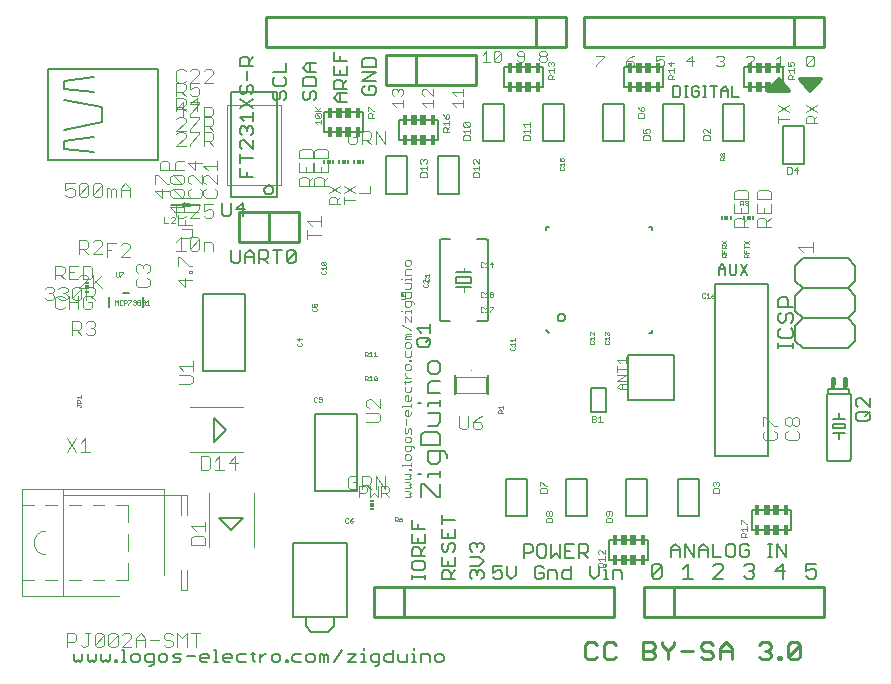
<source format=gto>
G75*
G70*
%OFA0B0*%
%FSLAX24Y24*%
%IPPOS*%
%LPD*%
%AMOC8*
5,1,8,0,0,1.08239X$1,22.5*
%
%ADD10C,0.0120*%
%ADD11C,0.0050*%
%ADD12C,0.0040*%
%ADD13C,0.0060*%
%ADD14C,0.0080*%
%ADD15C,0.0110*%
%ADD16C,0.0030*%
%ADD17C,0.0010*%
%ADD18C,0.0100*%
%ADD19R,0.0118X0.0059*%
%ADD20R,0.0118X0.0118*%
%ADD21R,0.0059X0.0118*%
%ADD22C,0.0020*%
%ADD23C,0.0004*%
%ADD24C,0.0030*%
%ADD25R,0.0150X0.0350*%
%ADD26R,0.0200X0.0350*%
%ADD27C,0.0039*%
%ADD28C,0.0028*%
%ADD29R,0.0276X0.0118*%
%ADD30C,0.0160*%
%ADD31R,0.0160X0.0230*%
D10*
X025400Y019386D02*
X025750Y019786D01*
X026100Y019386D01*
X025400Y019386D01*
X025550Y019536D02*
X025750Y019736D01*
X025900Y019486D01*
X025600Y019486D01*
X025800Y019636D01*
X026450Y019786D02*
X026800Y019386D01*
X027150Y019786D01*
X026450Y019786D01*
X026600Y019686D02*
X027000Y019686D01*
X026800Y019486D01*
X026650Y019786D01*
X026850Y019786D01*
X026800Y019686D02*
X026800Y019636D01*
D11*
X025900Y019501D02*
X024600Y019501D01*
X024600Y020170D01*
X025900Y020170D01*
X025900Y019501D01*
X024604Y018966D02*
X024604Y017706D01*
X023896Y017706D01*
X023896Y018966D01*
X024604Y018966D01*
X024437Y019196D02*
X024204Y019196D01*
X024204Y019547D01*
X024069Y019430D02*
X024069Y019196D01*
X024069Y019372D02*
X023835Y019372D01*
X023835Y019430D02*
X023952Y019547D01*
X024069Y019430D01*
X023835Y019430D02*
X023835Y019196D01*
X023584Y019196D02*
X023584Y019547D01*
X023467Y019547D02*
X023701Y019547D01*
X023338Y019547D02*
X023222Y019547D01*
X023280Y019547D02*
X023280Y019196D01*
X023222Y019196D02*
X023338Y019196D01*
X023087Y019255D02*
X023087Y019372D01*
X022970Y019372D01*
X023087Y019488D02*
X023028Y019547D01*
X022912Y019547D01*
X022853Y019488D01*
X022853Y019255D01*
X022912Y019196D01*
X023028Y019196D01*
X023087Y019255D01*
X022724Y019196D02*
X022608Y019196D01*
X022666Y019196D02*
X022666Y019547D01*
X022608Y019547D02*
X022724Y019547D01*
X022473Y019488D02*
X022473Y019255D01*
X022414Y019196D01*
X022239Y019196D01*
X022239Y019547D01*
X022414Y019547D01*
X022473Y019488D01*
X022604Y018966D02*
X021896Y018966D01*
X021896Y017706D01*
X022604Y017706D01*
X022604Y018966D01*
X021900Y019501D02*
X020600Y019501D01*
X020600Y020170D01*
X021900Y020170D01*
X021900Y019501D01*
X020604Y018966D02*
X019896Y018966D01*
X019896Y017706D01*
X020604Y017706D01*
X020604Y018966D01*
X018604Y018966D02*
X018604Y017706D01*
X017896Y017706D01*
X017896Y018966D01*
X018604Y018966D01*
X017900Y019501D02*
X016600Y019501D01*
X016600Y020170D01*
X017900Y020170D01*
X017900Y019501D01*
X016604Y018966D02*
X016604Y017706D01*
X015896Y017706D01*
X015896Y018966D01*
X016604Y018966D01*
X014400Y018420D02*
X014400Y017751D01*
X013100Y017751D01*
X013100Y018420D01*
X014400Y018420D01*
X014396Y017216D02*
X015104Y017216D01*
X015104Y015956D01*
X014396Y015956D01*
X014396Y017216D01*
X013354Y017216D02*
X012646Y017216D01*
X012646Y015956D01*
X013354Y015956D01*
X013354Y017216D01*
X011900Y018001D02*
X010600Y018001D01*
X010600Y018670D01*
X011900Y018670D01*
X011900Y018001D01*
X011363Y019005D02*
X011063Y019005D01*
X010913Y019156D01*
X011063Y019306D01*
X011363Y019306D01*
X011363Y019466D02*
X010913Y019466D01*
X010913Y019691D01*
X010988Y019766D01*
X011138Y019766D01*
X011213Y019691D01*
X011213Y019466D01*
X011213Y019616D02*
X011363Y019766D01*
X011363Y019926D02*
X011363Y020226D01*
X011363Y020387D02*
X010913Y020387D01*
X010913Y020687D01*
X011138Y020537D02*
X011138Y020387D01*
X010913Y020226D02*
X010913Y019926D01*
X011363Y019926D01*
X011138Y019926D02*
X011138Y020076D01*
X011867Y020026D02*
X012318Y020026D01*
X011867Y019726D01*
X012318Y019726D01*
X012242Y019566D02*
X012092Y019566D01*
X012092Y019416D01*
X011942Y019566D02*
X011867Y019491D01*
X011867Y019340D01*
X011942Y019265D01*
X012242Y019265D01*
X012318Y019340D01*
X012318Y019491D01*
X012242Y019566D01*
X012318Y020186D02*
X011867Y020186D01*
X011867Y020411D01*
X011942Y020486D01*
X012242Y020486D01*
X012318Y020411D01*
X012318Y020186D01*
X011138Y019306D02*
X011138Y019005D01*
X010337Y019160D02*
X010262Y019085D01*
X010337Y019160D02*
X010337Y019310D01*
X010262Y019385D01*
X010187Y019385D01*
X010112Y019310D01*
X010112Y019160D01*
X010036Y019085D01*
X009961Y019085D01*
X009886Y019160D01*
X009886Y019310D01*
X009961Y019385D01*
X009886Y019545D02*
X009886Y019770D01*
X009961Y019845D01*
X010262Y019845D01*
X010337Y019770D01*
X010337Y019545D01*
X009886Y019545D01*
X010036Y020005D02*
X009886Y020156D01*
X010036Y020306D01*
X010337Y020306D01*
X010112Y020306D02*
X010112Y020005D01*
X010036Y020005D02*
X010337Y020005D01*
X009337Y020005D02*
X009337Y020306D01*
X009337Y020005D02*
X008886Y020005D01*
X008961Y019845D02*
X008886Y019770D01*
X008886Y019620D01*
X008961Y019545D01*
X009262Y019545D01*
X009337Y019620D01*
X009337Y019770D01*
X009262Y019845D01*
X009262Y019385D02*
X009337Y019310D01*
X009337Y019160D01*
X009262Y019085D01*
X009112Y019160D02*
X009036Y019085D01*
X008961Y019085D01*
X008886Y019160D01*
X008886Y019310D01*
X008961Y019385D01*
X009112Y019310D02*
X009187Y019385D01*
X009262Y019385D01*
X009112Y019310D02*
X009112Y019160D01*
X008235Y019128D02*
X007785Y018828D01*
X007785Y019128D02*
X008235Y018828D01*
X008235Y018668D02*
X008235Y018367D01*
X008235Y018517D02*
X007785Y018517D01*
X007935Y018367D01*
X007935Y018207D02*
X008010Y018132D01*
X008085Y018207D01*
X008160Y018207D01*
X008235Y018132D01*
X008235Y017982D01*
X008160Y017907D01*
X008235Y017747D02*
X008235Y017447D01*
X007935Y017747D01*
X007860Y017747D01*
X007785Y017672D01*
X007785Y017522D01*
X007860Y017447D01*
X007785Y017286D02*
X007785Y016986D01*
X007785Y017136D02*
X008235Y017136D01*
X008010Y016676D02*
X008010Y016526D01*
X008235Y016526D02*
X007785Y016526D01*
X007785Y016826D01*
X007860Y017907D02*
X007785Y017982D01*
X007785Y018132D01*
X007860Y018207D01*
X007935Y018207D01*
X008010Y018132D02*
X008010Y018057D01*
X007935Y019288D02*
X008010Y019363D01*
X008010Y019513D01*
X008085Y019588D01*
X008160Y019588D01*
X008235Y019513D01*
X008235Y019363D01*
X008160Y019288D01*
X007935Y019288D02*
X007860Y019288D01*
X007785Y019363D01*
X007785Y019513D01*
X007860Y019588D01*
X008010Y019749D02*
X008010Y020049D01*
X008085Y020209D02*
X008085Y020434D01*
X008010Y020509D01*
X007860Y020509D01*
X007785Y020434D01*
X007785Y020209D01*
X008235Y020209D01*
X008085Y020359D02*
X008235Y020509D01*
X005049Y020101D02*
X005049Y017070D01*
X001407Y017070D01*
X001407Y020101D01*
X005049Y020101D01*
X002933Y019836D02*
X001933Y019711D01*
X001933Y019461D01*
X002933Y019336D01*
X003183Y018836D02*
X003183Y018336D01*
X001933Y018086D01*
X001933Y017711D02*
X002933Y017836D01*
X002933Y017336D02*
X001933Y017461D01*
X001933Y017711D01*
X001933Y019086D02*
X003183Y018836D01*
X005488Y015586D02*
X006472Y015586D01*
X007190Y015661D02*
X007190Y015286D01*
X007265Y015211D01*
X007415Y015211D01*
X007490Y015286D01*
X007490Y015661D01*
X007651Y015436D02*
X007951Y015436D01*
X007876Y015211D02*
X007876Y015661D01*
X007651Y015436D01*
X007503Y014091D02*
X007503Y013716D01*
X007578Y013641D01*
X007728Y013641D01*
X007803Y013716D01*
X007803Y014091D01*
X007963Y013941D02*
X008114Y014091D01*
X008264Y013941D01*
X008264Y013641D01*
X008424Y013641D02*
X008424Y014091D01*
X008649Y014091D01*
X008724Y014016D01*
X008724Y013866D01*
X008649Y013791D01*
X008424Y013791D01*
X008574Y013791D02*
X008724Y013641D01*
X009034Y013641D02*
X009034Y014091D01*
X008884Y014091D02*
X009184Y014091D01*
X009345Y014016D02*
X009420Y014091D01*
X009570Y014091D01*
X009645Y014016D01*
X009345Y013716D01*
X009420Y013641D01*
X009570Y013641D01*
X009645Y013716D01*
X009645Y014016D01*
X009345Y014016D02*
X009345Y013716D01*
X008264Y013866D02*
X007963Y013866D01*
X007963Y013941D02*
X007963Y013641D01*
X013675Y011471D02*
X014125Y011471D01*
X014125Y011321D02*
X014125Y011621D01*
X013825Y011321D02*
X013675Y011471D01*
X013750Y011161D02*
X014050Y011161D01*
X014125Y011086D01*
X014125Y010936D01*
X014050Y010861D01*
X013750Y010861D01*
X013675Y010936D01*
X013675Y011086D01*
X013750Y011161D01*
X013975Y011011D02*
X014125Y011161D01*
X014941Y009901D02*
X014941Y009271D01*
X016059Y009271D02*
X016059Y009901D01*
X017978Y011412D02*
X018077Y011314D01*
X018375Y011836D02*
X018377Y011858D01*
X018383Y011879D01*
X018392Y011898D01*
X018404Y011916D01*
X018420Y011932D01*
X018437Y011944D01*
X018457Y011953D01*
X018478Y011959D01*
X018500Y011961D01*
X018522Y011959D01*
X018543Y011953D01*
X018562Y011944D01*
X018580Y011932D01*
X018596Y011916D01*
X018608Y011898D01*
X018617Y011879D01*
X018623Y011858D01*
X018625Y011836D01*
X018623Y011814D01*
X018617Y011793D01*
X018608Y011774D01*
X018596Y011756D01*
X018580Y011740D01*
X018563Y011728D01*
X018543Y011719D01*
X018522Y011713D01*
X018500Y011711D01*
X018478Y011713D01*
X018457Y011719D01*
X018437Y011728D01*
X018420Y011740D01*
X018404Y011756D01*
X018392Y011773D01*
X018383Y011793D01*
X018377Y011814D01*
X018375Y011836D01*
X020736Y010599D02*
X022264Y010599D01*
X022264Y009072D01*
X020736Y009072D01*
X020736Y010599D01*
X021423Y011314D02*
X021522Y011314D01*
X021522Y011412D01*
X019996Y009479D02*
X019504Y009479D01*
X019504Y008692D01*
X019996Y008692D01*
X019996Y009479D01*
X019354Y006466D02*
X018646Y006466D01*
X018646Y005206D01*
X019354Y005206D01*
X019354Y006466D01*
X020646Y006466D02*
X020646Y005206D01*
X021354Y005206D01*
X021354Y006466D01*
X020646Y006466D01*
X022396Y006466D02*
X022396Y005206D01*
X023104Y005206D01*
X023104Y006466D01*
X022396Y006466D01*
X024850Y005420D02*
X024850Y004751D01*
X026150Y004751D01*
X026150Y005420D01*
X024850Y005420D01*
X021400Y004420D02*
X021400Y003751D01*
X020100Y003751D01*
X020100Y004420D01*
X021400Y004420D01*
X020444Y003406D02*
X020218Y003406D01*
X020218Y003105D01*
X020062Y003105D02*
X019911Y003105D01*
X019987Y003105D02*
X019987Y003406D01*
X019911Y003406D01*
X019987Y003556D02*
X019987Y003631D01*
X019751Y003556D02*
X019751Y003256D01*
X019601Y003105D01*
X019451Y003256D01*
X019451Y003556D01*
X019387Y003831D02*
X019237Y003981D01*
X019312Y003981D02*
X019087Y003981D01*
X019087Y003831D02*
X019087Y004281D01*
X019312Y004281D01*
X019387Y004206D01*
X019387Y004056D01*
X019312Y003981D01*
X018926Y003831D02*
X018626Y003831D01*
X018626Y004281D01*
X018926Y004281D01*
X018776Y004056D02*
X018626Y004056D01*
X018466Y003831D02*
X018466Y004281D01*
X018166Y004281D02*
X018166Y003831D01*
X018316Y003981D01*
X018466Y003831D01*
X018605Y003406D02*
X018831Y003406D01*
X018831Y003556D02*
X018831Y003105D01*
X018605Y003105D01*
X018530Y003180D01*
X018530Y003331D01*
X018605Y003406D01*
X018370Y003331D02*
X018370Y003105D01*
X018370Y003331D02*
X018295Y003406D01*
X018070Y003406D01*
X018070Y003105D01*
X017910Y003180D02*
X017910Y003331D01*
X017760Y003331D01*
X017910Y003481D02*
X017835Y003556D01*
X017685Y003556D01*
X017609Y003481D01*
X017609Y003180D01*
X017685Y003105D01*
X017835Y003105D01*
X017910Y003180D01*
X017931Y003831D02*
X018006Y003906D01*
X018006Y004206D01*
X017931Y004281D01*
X017780Y004281D01*
X017705Y004206D01*
X017705Y003906D01*
X017780Y003831D01*
X017931Y003831D01*
X017545Y004056D02*
X017470Y003981D01*
X017245Y003981D01*
X017245Y003831D02*
X017245Y004281D01*
X017470Y004281D01*
X017545Y004206D01*
X017545Y004056D01*
X016989Y003556D02*
X016989Y003256D01*
X016839Y003105D01*
X016689Y003256D01*
X016689Y003556D01*
X016529Y003556D02*
X016228Y003556D01*
X016228Y003331D01*
X016378Y003406D01*
X016453Y003406D01*
X016529Y003331D01*
X016529Y003180D01*
X016453Y003105D01*
X016303Y003105D01*
X016228Y003180D01*
X015913Y003180D02*
X015838Y003105D01*
X015913Y003180D02*
X015913Y003331D01*
X015838Y003406D01*
X015763Y003406D01*
X015688Y003331D01*
X015688Y003256D01*
X015688Y003331D02*
X015613Y003406D01*
X015538Y003406D01*
X015463Y003331D01*
X015463Y003180D01*
X015538Y003105D01*
X015463Y003566D02*
X015763Y003566D01*
X015913Y003716D01*
X015763Y003866D01*
X015463Y003866D01*
X015538Y004026D02*
X015463Y004101D01*
X015463Y004251D01*
X015538Y004326D01*
X015613Y004326D01*
X015688Y004251D01*
X015763Y004326D01*
X015838Y004326D01*
X015913Y004251D01*
X015913Y004101D01*
X015838Y004026D01*
X015688Y004176D02*
X015688Y004251D01*
X014963Y004251D02*
X014963Y004101D01*
X014888Y004026D01*
X014738Y004101D02*
X014738Y004251D01*
X014813Y004326D01*
X014888Y004326D01*
X014963Y004251D01*
X014963Y004487D02*
X014963Y004787D01*
X014738Y004637D02*
X014738Y004487D01*
X014588Y004326D02*
X014513Y004251D01*
X014513Y004101D01*
X014588Y004026D01*
X014663Y004026D01*
X014738Y004101D01*
X014513Y003866D02*
X014513Y003566D01*
X014963Y003566D01*
X014963Y003866D01*
X014738Y003716D02*
X014738Y003566D01*
X014738Y003406D02*
X014813Y003331D01*
X014813Y003105D01*
X014963Y003105D02*
X014513Y003105D01*
X014513Y003331D01*
X014588Y003406D01*
X014738Y003406D01*
X014813Y003256D02*
X014963Y003406D01*
X013963Y003487D02*
X013963Y003638D01*
X013888Y003713D01*
X013588Y003713D01*
X013513Y003638D01*
X013513Y003487D01*
X013588Y003412D01*
X013888Y003412D01*
X013963Y003487D01*
X013963Y003256D02*
X013963Y003105D01*
X013963Y003180D02*
X013513Y003180D01*
X013513Y003105D02*
X013513Y003256D01*
X013513Y003873D02*
X013513Y004098D01*
X013588Y004173D01*
X013738Y004173D01*
X013813Y004098D01*
X013813Y003873D01*
X013813Y004023D02*
X013963Y004173D01*
X013963Y004333D02*
X013963Y004633D01*
X013963Y004793D02*
X013513Y004793D01*
X013513Y005094D01*
X013738Y004944D02*
X013738Y004793D01*
X013513Y004633D02*
X013513Y004333D01*
X013963Y004333D01*
X013738Y004333D02*
X013738Y004483D01*
X013963Y003873D02*
X013513Y003873D01*
X014513Y004487D02*
X014963Y004487D01*
X014513Y004487D02*
X014513Y004787D01*
X014513Y004947D02*
X014513Y005247D01*
X014513Y005097D02*
X014963Y005097D01*
X016646Y005206D02*
X016646Y006466D01*
X017354Y006466D01*
X017354Y005206D01*
X016646Y005206D01*
X020444Y003406D02*
X020519Y003331D01*
X020519Y003105D01*
X028325Y008465D02*
X028325Y008615D01*
X028400Y008690D01*
X028700Y008690D01*
X028775Y008615D01*
X028775Y008465D01*
X028700Y008390D01*
X028400Y008390D01*
X028325Y008465D01*
X028625Y008540D02*
X028775Y008690D01*
X028775Y008850D02*
X028475Y009150D01*
X028400Y009150D01*
X028325Y009075D01*
X028325Y008925D01*
X028400Y008850D01*
X028775Y008850D02*
X028775Y009150D01*
X021522Y014759D02*
X021522Y014857D01*
X021423Y014857D01*
X018077Y014857D02*
X017978Y014857D01*
X017978Y014759D01*
X025896Y016956D02*
X025896Y018216D01*
X026604Y018216D01*
X026604Y016956D01*
X025896Y016956D01*
X011356Y004306D02*
X009544Y004306D01*
X009544Y001865D01*
X009978Y001865D01*
X009978Y001550D01*
X010174Y001353D01*
X010726Y001353D01*
X010922Y001550D01*
X010922Y001865D01*
X009978Y001865D01*
X010922Y001865D02*
X011356Y001865D01*
X011356Y004306D01*
D12*
X002020Y001316D02*
X002020Y000856D01*
X002020Y001009D02*
X002250Y001009D01*
X002327Y001086D01*
X002327Y001239D01*
X002250Y001316D01*
X002020Y001316D01*
X002480Y000932D02*
X002557Y000856D01*
X002634Y000856D01*
X002711Y000932D01*
X002711Y001316D01*
X002787Y001316D02*
X002634Y001316D01*
X002941Y001239D02*
X002941Y000932D01*
X003248Y001239D01*
X003248Y000932D01*
X003171Y000856D01*
X003018Y000856D01*
X002941Y000932D01*
X002941Y001239D02*
X003018Y001316D01*
X003171Y001316D01*
X003248Y001239D01*
X003401Y001239D02*
X003478Y001316D01*
X003631Y001316D01*
X003708Y001239D01*
X003401Y000932D01*
X003478Y000856D01*
X003631Y000856D01*
X003708Y000932D01*
X003708Y001239D01*
X003862Y001239D02*
X003938Y001316D01*
X004092Y001316D01*
X004168Y001239D01*
X004168Y001163D01*
X003862Y000856D01*
X004168Y000856D01*
X004322Y000856D02*
X004322Y001163D01*
X004475Y001316D01*
X004629Y001163D01*
X004629Y000856D01*
X004629Y001086D02*
X004322Y001086D01*
X004782Y001086D02*
X005089Y001086D01*
X005243Y001163D02*
X005319Y001086D01*
X005473Y001086D01*
X005550Y001009D01*
X005550Y000932D01*
X005473Y000856D01*
X005319Y000856D01*
X005243Y000932D01*
X005243Y001163D02*
X005243Y001239D01*
X005319Y001316D01*
X005473Y001316D01*
X005550Y001239D01*
X005703Y001316D02*
X005857Y001163D01*
X006010Y001316D01*
X006010Y000856D01*
X005703Y000856D02*
X005703Y001316D01*
X006164Y001316D02*
X006470Y001316D01*
X006317Y001316D02*
X006317Y000856D01*
X003401Y000932D02*
X003401Y001239D01*
X006170Y004256D02*
X006170Y004486D01*
X006246Y004563D01*
X006553Y004563D01*
X006630Y004486D01*
X006630Y004256D01*
X006170Y004256D01*
X006323Y004716D02*
X006170Y004869D01*
X006630Y004869D01*
X006630Y004716D02*
X006630Y005023D01*
X006750Y004196D02*
X006750Y005976D01*
X006719Y006756D02*
X006489Y006756D01*
X006489Y007216D01*
X006719Y007216D01*
X006796Y007139D01*
X006796Y006832D01*
X006719Y006756D01*
X006949Y006756D02*
X007256Y006756D01*
X007103Y006756D02*
X007103Y007216D01*
X006949Y007063D01*
X007410Y006986D02*
X007717Y006986D01*
X007640Y006756D02*
X007640Y007216D01*
X007410Y006986D01*
X007890Y007336D02*
X006110Y007336D01*
X006110Y008836D02*
X007890Y008836D01*
X006210Y009682D02*
X006133Y009606D01*
X005750Y009606D01*
X005750Y009913D02*
X006133Y009913D01*
X006210Y009836D01*
X006210Y009682D01*
X006210Y010066D02*
X006210Y010373D01*
X006210Y010219D02*
X005750Y010219D01*
X005903Y010066D01*
X002967Y011332D02*
X002890Y011256D01*
X002736Y011256D01*
X002660Y011332D01*
X002506Y011256D02*
X002353Y011409D01*
X002429Y011409D02*
X002199Y011409D01*
X002199Y011256D02*
X002199Y011716D01*
X002429Y011716D01*
X002506Y011639D01*
X002506Y011486D01*
X002429Y011409D01*
X002660Y011639D02*
X002736Y011716D01*
X002890Y011716D01*
X002967Y011639D01*
X002967Y011563D01*
X002890Y011486D01*
X002967Y011409D01*
X002967Y011332D01*
X002890Y011486D02*
X002813Y011486D01*
X002790Y012106D02*
X002867Y012182D01*
X002867Y012336D01*
X002713Y012336D01*
X002660Y012406D02*
X002660Y012866D01*
X002890Y012866D01*
X002967Y012789D01*
X002967Y012636D01*
X002890Y012559D01*
X002660Y012559D01*
X002636Y012566D02*
X002560Y012489D01*
X002560Y012182D01*
X002636Y012106D01*
X002790Y012106D01*
X002406Y012106D02*
X002406Y012566D01*
X002506Y012482D02*
X002429Y012406D01*
X002276Y012406D01*
X002199Y012482D01*
X002506Y012789D01*
X002506Y012482D01*
X002636Y012566D02*
X002790Y012566D01*
X002867Y012489D01*
X002813Y012559D02*
X002967Y012406D01*
X002880Y012806D02*
X002880Y013266D01*
X002867Y013182D02*
X002867Y013489D01*
X002790Y013566D01*
X002560Y013566D01*
X002560Y013106D01*
X002790Y013106D01*
X002867Y013182D01*
X002727Y013189D02*
X002650Y013266D01*
X002497Y013266D01*
X002420Y013189D01*
X002406Y013106D02*
X002099Y013106D01*
X002099Y013566D01*
X002406Y013566D01*
X002253Y013336D02*
X002099Y013336D01*
X001946Y013336D02*
X001869Y013259D01*
X001639Y013259D01*
X001792Y013259D02*
X001946Y013106D01*
X001946Y013336D02*
X001946Y013489D01*
X001869Y013566D01*
X001639Y013566D01*
X001639Y013106D01*
X001509Y012866D02*
X001355Y012866D01*
X001278Y012789D01*
X001432Y012636D02*
X001509Y012636D01*
X001585Y012559D01*
X001585Y012482D01*
X001509Y012406D01*
X001355Y012406D01*
X001278Y012482D01*
X001509Y012636D02*
X001585Y012713D01*
X001585Y012789D01*
X001509Y012866D01*
X001739Y012789D02*
X001816Y012866D01*
X001969Y012866D01*
X002046Y012789D01*
X002046Y012713D01*
X001969Y012636D01*
X002046Y012559D01*
X002046Y012482D01*
X001969Y012406D01*
X001816Y012406D01*
X001739Y012482D01*
X001716Y012566D02*
X001639Y012489D01*
X001639Y012182D01*
X001716Y012106D01*
X001869Y012106D01*
X001946Y012182D01*
X002099Y012106D02*
X002099Y012566D01*
X002199Y012482D02*
X002199Y012789D01*
X002276Y012866D01*
X002429Y012866D01*
X002506Y012789D01*
X002420Y012806D02*
X002727Y013113D01*
X002727Y013189D01*
X002880Y012959D02*
X003187Y013266D01*
X002957Y013036D02*
X003187Y012806D01*
X002727Y012806D02*
X002420Y012806D01*
X002406Y012336D02*
X002099Y012336D01*
X001946Y012489D02*
X001869Y012566D01*
X001716Y012566D01*
X001892Y012636D02*
X001969Y012636D01*
X002420Y013956D02*
X002420Y014416D01*
X002650Y014416D01*
X002727Y014339D01*
X002727Y014186D01*
X002650Y014109D01*
X002420Y014109D01*
X002573Y014109D02*
X002727Y013956D01*
X002880Y013956D02*
X003187Y014263D01*
X003187Y014339D01*
X003111Y014416D01*
X002957Y014416D01*
X002880Y014339D01*
X002880Y013956D02*
X003187Y013956D01*
X003349Y013856D02*
X003349Y014316D01*
X003656Y014316D01*
X003810Y014239D02*
X003886Y014316D01*
X004040Y014316D01*
X004117Y014239D01*
X004117Y014163D01*
X003810Y013856D01*
X004117Y013856D01*
X004396Y013623D02*
X004320Y013546D01*
X004320Y013393D01*
X004396Y013316D01*
X004396Y013163D02*
X004320Y013086D01*
X004320Y012932D01*
X004396Y012856D01*
X004703Y012856D01*
X004780Y012932D01*
X004780Y013086D01*
X004703Y013163D01*
X004703Y013316D02*
X004780Y013393D01*
X004780Y013546D01*
X004703Y013623D01*
X004627Y013623D01*
X004550Y013546D01*
X004550Y013469D01*
X004550Y013546D02*
X004473Y013623D01*
X004396Y013623D01*
X003503Y014086D02*
X003349Y014086D01*
X005470Y015517D02*
X005930Y015517D01*
X005977Y015539D02*
X005900Y015616D01*
X005747Y015616D01*
X005670Y015539D01*
X005670Y015232D01*
X005747Y015156D01*
X005900Y015156D01*
X005977Y015232D01*
X005930Y015364D02*
X005930Y015671D01*
X005853Y015824D02*
X005546Y015824D01*
X005470Y015901D01*
X005470Y016055D01*
X005546Y016131D01*
X005853Y015824D01*
X005930Y015901D01*
X005930Y016055D01*
X005853Y016131D01*
X005546Y016131D01*
X005430Y016055D02*
X004970Y016055D01*
X005200Y015824D01*
X005200Y016131D01*
X005353Y016285D02*
X005430Y016285D01*
X005353Y016285D02*
X005046Y016592D01*
X004970Y016592D01*
X004970Y016285D01*
X005470Y016362D02*
X005470Y016515D01*
X005546Y016592D01*
X005853Y016285D01*
X005930Y016362D01*
X005930Y016515D01*
X005853Y016592D01*
X005546Y016592D01*
X005583Y016745D02*
X005123Y016745D01*
X005123Y016975D01*
X005200Y017052D01*
X005353Y017052D01*
X005430Y016975D01*
X005430Y016745D01*
X005623Y016745D02*
X005623Y016975D01*
X005700Y017052D01*
X005930Y017052D01*
X006070Y016975D02*
X006300Y016745D01*
X006300Y017052D01*
X006530Y016975D02*
X006070Y016975D01*
X005930Y016745D02*
X005623Y016745D01*
X006070Y016515D02*
X006070Y016362D01*
X006146Y016285D01*
X006146Y016131D02*
X006070Y016055D01*
X006070Y015901D01*
X006146Y015824D01*
X006453Y015824D01*
X006530Y015901D01*
X006530Y016055D01*
X006453Y016131D01*
X006570Y016055D02*
X006570Y015901D01*
X006646Y015824D01*
X006953Y015824D01*
X007030Y015901D01*
X007030Y016055D01*
X006953Y016131D01*
X007030Y016285D02*
X006723Y016592D01*
X006646Y016592D01*
X006570Y016515D01*
X006570Y016362D01*
X006646Y016285D01*
X006530Y016285D02*
X006223Y016592D01*
X006146Y016592D01*
X006070Y016515D01*
X005853Y016285D02*
X005546Y016285D01*
X005470Y016362D01*
X006207Y015616D02*
X006130Y015539D01*
X006207Y015616D02*
X006361Y015616D01*
X006437Y015539D01*
X006437Y015463D01*
X006130Y015156D01*
X006437Y015156D01*
X006591Y015232D02*
X006668Y015156D01*
X006821Y015156D01*
X006898Y015232D01*
X006898Y015386D01*
X006821Y015463D01*
X006744Y015463D01*
X006591Y015386D01*
X006591Y015616D01*
X006898Y015616D01*
X006570Y016055D02*
X006646Y016131D01*
X006530Y016285D02*
X006530Y016592D01*
X006723Y016745D02*
X006570Y016899D01*
X007030Y016899D01*
X007030Y017052D02*
X007030Y016745D01*
X007030Y016592D02*
X007030Y016285D01*
X006898Y017556D02*
X006744Y017709D01*
X006821Y017709D02*
X006591Y017709D01*
X006591Y017556D02*
X006591Y018016D01*
X006821Y018016D01*
X006898Y017939D01*
X006898Y017786D01*
X006821Y017709D01*
X006437Y017939D02*
X006130Y017632D01*
X006130Y017556D01*
X005977Y017556D02*
X005670Y017556D01*
X005977Y017863D01*
X005977Y017939D01*
X005900Y018016D01*
X005747Y018016D01*
X005670Y017939D01*
X005670Y018056D02*
X005977Y018363D01*
X005977Y018439D01*
X005900Y018516D01*
X005747Y018516D01*
X005670Y018439D01*
X005900Y018556D02*
X005900Y019016D01*
X005670Y018786D01*
X005977Y018786D01*
X005977Y018706D02*
X005823Y018859D01*
X005900Y018859D02*
X005670Y018859D01*
X005670Y018706D02*
X005670Y019166D01*
X005900Y019166D01*
X005977Y019089D01*
X005977Y018936D01*
X005900Y018859D01*
X006130Y018936D02*
X006437Y018936D01*
X006437Y018939D02*
X006130Y018632D01*
X006130Y018556D01*
X006130Y018516D02*
X006437Y018516D01*
X006437Y018439D01*
X006130Y018132D01*
X006130Y018056D01*
X006130Y018016D02*
X006437Y018016D01*
X006437Y017939D01*
X006591Y018056D02*
X006591Y018516D01*
X006821Y018516D01*
X006898Y018439D01*
X006898Y018286D01*
X006821Y018209D01*
X006591Y018209D01*
X006744Y018209D02*
X006898Y018056D01*
X006591Y018402D02*
X006591Y018863D01*
X006821Y018863D01*
X006898Y018786D01*
X006898Y018632D01*
X006821Y018556D01*
X006591Y018556D01*
X006361Y018706D02*
X006361Y019166D01*
X006130Y018936D01*
X006130Y019016D02*
X006437Y019016D01*
X006437Y018939D01*
X006361Y019206D02*
X006207Y019206D01*
X006130Y019282D01*
X006130Y019436D02*
X006284Y019513D01*
X006361Y019513D01*
X006437Y019436D01*
X006437Y019282D01*
X006361Y019206D01*
X006130Y019436D02*
X006130Y019666D01*
X006437Y019666D01*
X006437Y019656D02*
X006130Y019656D01*
X006437Y019963D01*
X006437Y020039D01*
X006361Y020116D01*
X006207Y020116D01*
X006130Y020039D01*
X005977Y020039D02*
X005900Y020116D01*
X005747Y020116D01*
X005670Y020039D01*
X005670Y019732D01*
X005747Y019656D01*
X005900Y019656D01*
X005977Y019732D01*
X005900Y019666D02*
X005977Y019589D01*
X005977Y019436D01*
X005900Y019359D01*
X005670Y019359D01*
X005670Y019206D02*
X005670Y019666D01*
X005900Y019666D01*
X005823Y019359D02*
X005977Y019206D01*
X006591Y019656D02*
X006898Y019963D01*
X006898Y020039D01*
X006821Y020116D01*
X006668Y020116D01*
X006591Y020039D01*
X006591Y019656D02*
X006898Y019656D01*
X005977Y018056D02*
X005670Y018056D01*
X003963Y016316D02*
X004117Y016163D01*
X004117Y015856D01*
X004117Y016086D02*
X003810Y016086D01*
X003810Y016163D02*
X003963Y016316D01*
X003810Y016163D02*
X003810Y015856D01*
X003656Y015856D02*
X003656Y016086D01*
X003579Y016163D01*
X003503Y016086D01*
X003503Y015856D01*
X003349Y015856D02*
X003349Y016163D01*
X003426Y016163D01*
X003503Y016086D01*
X003196Y016239D02*
X003196Y015932D01*
X003119Y015856D01*
X002966Y015856D01*
X002889Y015932D01*
X003196Y016239D01*
X003119Y016316D01*
X002966Y016316D01*
X002889Y016239D01*
X002889Y015932D01*
X002735Y015932D02*
X002659Y015856D01*
X002505Y015856D01*
X002428Y015932D01*
X002735Y016239D01*
X002735Y015932D01*
X002428Y015932D02*
X002428Y016239D01*
X002505Y016316D01*
X002659Y016316D01*
X002735Y016239D01*
X002275Y016316D02*
X001968Y016316D01*
X001968Y016086D01*
X002121Y016163D01*
X002198Y016163D01*
X002275Y016086D01*
X002275Y015932D01*
X002198Y015856D01*
X002045Y015856D01*
X001968Y015932D01*
X005470Y015517D02*
X005623Y015364D01*
X005720Y015234D02*
X005720Y014927D01*
X006180Y014927D01*
X006180Y014774D02*
X005873Y014774D01*
X005950Y014927D02*
X005950Y015081D01*
X006180Y014774D02*
X006180Y014544D01*
X006103Y014467D01*
X005873Y014467D01*
X005823Y014516D02*
X005823Y014056D01*
X005670Y014056D02*
X005977Y014056D01*
X006130Y014132D02*
X006437Y014439D01*
X006437Y014132D01*
X006361Y014056D01*
X006207Y014056D01*
X006130Y014132D01*
X006130Y014439D01*
X006207Y014516D01*
X006361Y014516D01*
X006437Y014439D01*
X006591Y014363D02*
X006821Y014363D01*
X006898Y014286D01*
X006898Y014056D01*
X006591Y014056D02*
X006591Y014363D01*
X005823Y014516D02*
X005670Y014363D01*
X005720Y013853D02*
X005796Y013853D01*
X006103Y013546D01*
X006180Y013546D01*
X006180Y013393D02*
X006103Y013393D01*
X006103Y013316D01*
X006180Y013316D01*
X006180Y013393D01*
X006180Y013086D02*
X005720Y013086D01*
X005950Y012856D01*
X005950Y013163D01*
X005720Y013546D02*
X005720Y013853D01*
X009770Y016224D02*
X009770Y016455D01*
X009846Y016531D01*
X010000Y016531D01*
X010077Y016455D01*
X010077Y016224D01*
X010230Y016224D02*
X009770Y016224D01*
X010077Y016378D02*
X010230Y016531D01*
X010270Y016455D02*
X010346Y016531D01*
X010500Y016531D01*
X010577Y016455D01*
X010577Y016224D01*
X010730Y016224D02*
X010270Y016224D01*
X010270Y016455D01*
X010270Y016685D02*
X010730Y016685D01*
X010730Y016992D01*
X010730Y017145D02*
X010270Y017145D01*
X010270Y017375D01*
X010346Y017452D01*
X010653Y017452D01*
X010730Y017375D01*
X010730Y017145D01*
X010270Y016992D02*
X010270Y016685D01*
X010230Y016685D02*
X010230Y016992D01*
X010230Y017145D02*
X010230Y017375D01*
X010153Y017452D01*
X009846Y017452D01*
X009770Y017375D01*
X009770Y017145D01*
X010230Y017145D01*
X010000Y016838D02*
X010000Y016685D01*
X009770Y016685D02*
X010230Y016685D01*
X010500Y016685D02*
X010500Y016838D01*
X010730Y016531D02*
X010577Y016378D01*
X010770Y016227D02*
X011130Y015987D01*
X011130Y015859D02*
X011010Y015739D01*
X011010Y015799D02*
X011010Y015619D01*
X011130Y015619D02*
X010770Y015619D01*
X010770Y015799D01*
X010830Y015859D01*
X010950Y015859D01*
X011010Y015799D01*
X011270Y015739D02*
X011630Y015739D01*
X011630Y015987D02*
X011270Y016227D01*
X011130Y016227D02*
X010770Y015987D01*
X011270Y015987D02*
X011630Y016227D01*
X011770Y015987D02*
X012130Y015987D01*
X012130Y016227D01*
X011270Y015859D02*
X011270Y015619D01*
X010500Y015202D02*
X010500Y014895D01*
X010500Y015049D02*
X010040Y015049D01*
X010193Y014895D01*
X010040Y014742D02*
X010040Y014435D01*
X010040Y014588D02*
X010500Y014588D01*
X009770Y016685D02*
X009770Y016992D01*
X011389Y017682D02*
X011466Y017606D01*
X011619Y017606D01*
X011696Y017682D01*
X011696Y017836D01*
X011542Y017836D01*
X011389Y017989D02*
X011389Y017682D01*
X011389Y017989D02*
X011466Y018066D01*
X011619Y018066D01*
X011696Y017989D01*
X011849Y018066D02*
X011849Y017606D01*
X011849Y017759D02*
X012079Y017759D01*
X012156Y017836D01*
X012156Y017989D01*
X012079Y018066D01*
X011849Y018066D01*
X012003Y017759D02*
X012156Y017606D01*
X012310Y017606D02*
X012310Y018066D01*
X012617Y017606D01*
X012617Y018066D01*
X019670Y020206D02*
X019670Y020266D01*
X019910Y020506D01*
X019910Y020566D01*
X019670Y020566D01*
X020670Y020386D02*
X020850Y020386D01*
X020910Y020326D01*
X020910Y020266D01*
X020850Y020206D01*
X020730Y020206D01*
X020670Y020266D01*
X020670Y020386D01*
X020790Y020506D01*
X020910Y020566D01*
X021670Y020566D02*
X021670Y020386D01*
X021790Y020446D01*
X021850Y020446D01*
X021910Y020386D01*
X021910Y020266D01*
X021850Y020206D01*
X021730Y020206D01*
X021670Y020266D01*
X021670Y020566D02*
X021910Y020566D01*
X022670Y020386D02*
X022910Y020386D01*
X022850Y020206D02*
X022850Y020566D01*
X022670Y020386D01*
X023670Y020506D02*
X023730Y020566D01*
X023850Y020566D01*
X023910Y020506D01*
X023910Y020446D01*
X023850Y020386D01*
X023910Y020326D01*
X023910Y020266D01*
X023850Y020206D01*
X023730Y020206D01*
X023670Y020266D01*
X023790Y020386D02*
X023850Y020386D01*
X024670Y020506D02*
X024730Y020566D01*
X024850Y020566D01*
X024910Y020506D01*
X024910Y020446D01*
X024670Y020206D01*
X024910Y020206D01*
X025670Y020206D02*
X025910Y020206D01*
X025790Y020206D02*
X025790Y020566D01*
X025670Y020446D01*
X026670Y020506D02*
X026670Y020266D01*
X026910Y020506D01*
X026910Y020266D01*
X026850Y020206D01*
X026730Y020206D01*
X026670Y020266D01*
X026670Y020506D02*
X026730Y020566D01*
X026850Y020566D01*
X026910Y020506D01*
X027030Y018927D02*
X026670Y018687D01*
X026730Y018559D02*
X026850Y018559D01*
X026910Y018499D01*
X026910Y018319D01*
X027030Y018319D02*
X026670Y018319D01*
X026670Y018499D01*
X026730Y018559D01*
X026910Y018439D02*
X027030Y018559D01*
X027030Y018687D02*
X026670Y018927D01*
X026082Y018923D02*
X025721Y018682D01*
X025721Y018554D02*
X025721Y018314D01*
X025721Y018434D02*
X026082Y018434D01*
X026082Y018682D02*
X025721Y018923D01*
X025403Y016083D02*
X025096Y016083D01*
X025020Y016007D01*
X025020Y015776D01*
X025480Y015776D01*
X025480Y016007D01*
X025403Y016083D01*
X025480Y015623D02*
X025480Y015316D01*
X025020Y015316D01*
X025020Y015623D01*
X025250Y015469D02*
X025250Y015316D01*
X025250Y015163D02*
X025327Y015086D01*
X025327Y014856D01*
X025480Y014856D02*
X025020Y014856D01*
X025020Y015086D01*
X025096Y015163D01*
X025250Y015163D01*
X025327Y015009D02*
X025480Y015163D01*
X024730Y015163D02*
X024577Y015009D01*
X024577Y015086D02*
X024577Y014856D01*
X024730Y014856D02*
X024270Y014856D01*
X024270Y015086D01*
X024346Y015163D01*
X024500Y015163D01*
X024577Y015086D01*
X024500Y015316D02*
X024500Y015469D01*
X024730Y015316D02*
X024730Y015623D01*
X024730Y015776D02*
X024730Y016007D01*
X024653Y016083D01*
X024346Y016083D01*
X024270Y016007D01*
X024270Y015776D01*
X024730Y015776D01*
X024730Y015316D02*
X024270Y015316D01*
X024270Y015623D01*
X026379Y014189D02*
X026891Y014189D01*
X026891Y014359D02*
X026891Y014018D01*
X026550Y014018D02*
X026379Y014189D01*
X026353Y008523D02*
X026430Y008446D01*
X026430Y008293D01*
X026353Y008216D01*
X026277Y008216D01*
X026200Y008293D01*
X026200Y008446D01*
X026277Y008523D01*
X026353Y008523D01*
X026200Y008446D02*
X026123Y008523D01*
X026046Y008523D01*
X025970Y008446D01*
X025970Y008293D01*
X026046Y008216D01*
X026123Y008216D01*
X026200Y008293D01*
X026353Y008063D02*
X026430Y007986D01*
X026430Y007832D01*
X026353Y007756D01*
X026046Y007756D01*
X025970Y007832D01*
X025970Y007986D01*
X026046Y008063D01*
X025680Y007986D02*
X025680Y007832D01*
X025603Y007756D01*
X025296Y007756D01*
X025220Y007832D01*
X025220Y007986D01*
X025296Y008063D01*
X025220Y008216D02*
X025220Y008523D01*
X025296Y008523D01*
X025603Y008216D01*
X025680Y008216D01*
X025603Y008063D02*
X025680Y007986D01*
X015867Y008182D02*
X015867Y008259D01*
X015790Y008336D01*
X015560Y008336D01*
X015560Y008182D01*
X015636Y008106D01*
X015790Y008106D01*
X015867Y008182D01*
X015713Y008489D02*
X015560Y008336D01*
X015713Y008489D02*
X015867Y008566D01*
X015406Y008566D02*
X015406Y008182D01*
X015329Y008106D01*
X015176Y008106D01*
X015099Y008182D01*
X015099Y008566D01*
X012460Y008586D02*
X012460Y008432D01*
X012383Y008356D01*
X012000Y008356D01*
X012000Y008663D02*
X012383Y008663D01*
X012460Y008586D01*
X012460Y008816D02*
X012153Y009123D01*
X012076Y009123D01*
X012000Y009046D01*
X012000Y008893D01*
X012076Y008816D01*
X012460Y008816D02*
X012460Y009123D01*
X012310Y006566D02*
X012617Y006106D01*
X012617Y006566D01*
X012310Y006566D02*
X012310Y006106D01*
X012379Y006216D02*
X012379Y005856D01*
X012258Y005976D01*
X012138Y005856D01*
X012138Y006216D01*
X012079Y006259D02*
X011849Y006259D01*
X011770Y006216D02*
X011950Y006216D01*
X012010Y006156D01*
X012010Y006036D01*
X011950Y005976D01*
X011770Y005976D01*
X011770Y005856D02*
X011770Y006216D01*
X011696Y006182D02*
X011696Y006336D01*
X011542Y006336D01*
X011389Y006489D02*
X011389Y006182D01*
X011466Y006106D01*
X011619Y006106D01*
X011696Y006182D01*
X011849Y006106D02*
X011849Y006566D01*
X012079Y006566D01*
X012156Y006489D01*
X012156Y006336D01*
X012079Y006259D01*
X012003Y006259D02*
X012156Y006106D01*
X011696Y006489D02*
X011619Y006566D01*
X011466Y006566D01*
X011389Y006489D01*
X012507Y006216D02*
X012507Y005856D01*
X012507Y005976D02*
X012687Y005976D01*
X012747Y006036D01*
X012747Y006156D01*
X012687Y006216D01*
X012507Y006216D01*
X012627Y005976D02*
X012747Y005856D01*
X008250Y005976D02*
X008250Y004196D01*
X002787Y007356D02*
X002480Y007356D01*
X002327Y007356D02*
X002020Y007816D01*
X002327Y007816D02*
X002020Y007356D01*
X002480Y007663D02*
X002634Y007816D01*
X002634Y007356D01*
D13*
X007480Y015836D02*
X009020Y015836D01*
X009020Y019336D01*
X007480Y019336D01*
X007480Y015836D01*
X008600Y016086D02*
X008602Y016110D01*
X008608Y016134D01*
X008617Y016156D01*
X008630Y016176D01*
X008646Y016194D01*
X008665Y016209D01*
X008686Y016222D01*
X008708Y016230D01*
X008732Y016235D01*
X008756Y016236D01*
X008780Y016233D01*
X008803Y016226D01*
X008825Y016216D01*
X008845Y016202D01*
X008862Y016185D01*
X008877Y016166D01*
X008888Y016145D01*
X008896Y016122D01*
X008900Y016098D01*
X008900Y016074D01*
X008896Y016050D01*
X008888Y016027D01*
X008877Y016006D01*
X008862Y015987D01*
X008845Y015970D01*
X008825Y015956D01*
X008803Y015946D01*
X008780Y015939D01*
X008756Y015936D01*
X008732Y015937D01*
X008708Y015942D01*
X008686Y015950D01*
X008665Y015963D01*
X008646Y015978D01*
X008630Y015996D01*
X008617Y016016D01*
X008608Y016038D01*
X008602Y016062D01*
X008600Y016086D01*
X014443Y014365D02*
X014443Y011806D01*
X014444Y011789D01*
X014449Y011772D01*
X014456Y011757D01*
X014466Y011743D01*
X014478Y011731D01*
X014492Y011721D01*
X014507Y011714D01*
X014524Y011709D01*
X014541Y011708D01*
X014800Y011708D01*
X015700Y011708D02*
X015959Y011708D01*
X015976Y011709D01*
X015993Y011714D01*
X016008Y011721D01*
X016022Y011731D01*
X016034Y011743D01*
X016044Y011757D01*
X016051Y011772D01*
X016056Y011789D01*
X016057Y011806D01*
X016057Y014365D01*
X016056Y014382D01*
X016051Y014399D01*
X016044Y014414D01*
X016034Y014428D01*
X016022Y014440D01*
X016008Y014450D01*
X015993Y014457D01*
X015976Y014462D01*
X015959Y014463D01*
X015959Y014464D02*
X015700Y014464D01*
X014800Y014464D02*
X014541Y014464D01*
X014541Y014463D02*
X014524Y014462D01*
X014507Y014457D01*
X014492Y014450D01*
X014478Y014440D01*
X014466Y014428D01*
X014456Y014414D01*
X014449Y014399D01*
X014444Y014382D01*
X014443Y014365D01*
X015000Y013336D02*
X015250Y013336D01*
X015500Y013336D01*
X015500Y013186D02*
X015000Y013186D01*
X015000Y012986D01*
X015500Y012986D01*
X015500Y013186D01*
X015500Y012836D02*
X015250Y012836D01*
X015000Y012836D01*
X014363Y010375D02*
X014150Y010375D01*
X014043Y010268D01*
X014043Y010054D01*
X014150Y009948D01*
X014363Y009948D01*
X014470Y010054D01*
X014470Y010268D01*
X014363Y010375D01*
X014470Y009730D02*
X014150Y009730D01*
X014043Y009623D01*
X014043Y009303D01*
X014470Y009303D01*
X014470Y009087D02*
X014470Y008873D01*
X014470Y008980D02*
X014043Y008980D01*
X014043Y008873D01*
X014043Y008656D02*
X014470Y008656D01*
X014470Y008336D01*
X014363Y008229D01*
X014043Y008229D01*
X013936Y008011D02*
X013829Y007905D01*
X013829Y007584D01*
X014470Y007584D01*
X014470Y007905D01*
X014363Y008011D01*
X013936Y008011D01*
X014043Y007367D02*
X014043Y007047D01*
X014150Y006940D01*
X014363Y006940D01*
X014470Y007047D01*
X014470Y007367D01*
X014577Y007367D02*
X014043Y007367D01*
X014577Y007367D02*
X014684Y007260D01*
X014684Y007153D01*
X014470Y006724D02*
X014470Y006510D01*
X014470Y006617D02*
X014043Y006617D01*
X014043Y006510D01*
X013829Y006617D02*
X013723Y006617D01*
X013829Y006293D02*
X013936Y006293D01*
X014363Y005866D01*
X014470Y005866D01*
X014470Y006293D01*
X013829Y006293D02*
X013829Y005866D01*
X013829Y008980D02*
X013723Y008980D01*
X021511Y003537D02*
X021511Y003204D01*
X021844Y003537D01*
X021844Y003204D01*
X021761Y003120D01*
X021594Y003120D01*
X021511Y003204D01*
X021511Y003537D02*
X021594Y003621D01*
X021761Y003621D01*
X021844Y003537D01*
X022161Y003858D02*
X022161Y004152D01*
X022307Y004299D01*
X022454Y004152D01*
X022454Y003858D01*
X022621Y003858D02*
X022621Y004299D01*
X022915Y003858D01*
X022915Y004299D01*
X023081Y004152D02*
X023228Y004299D01*
X023375Y004152D01*
X023375Y003858D01*
X023542Y003858D02*
X023835Y003858D01*
X024002Y003932D02*
X024076Y003858D01*
X024222Y003858D01*
X024296Y003932D01*
X024296Y004225D01*
X024222Y004299D01*
X024076Y004299D01*
X024002Y004225D01*
X024002Y003932D01*
X023823Y003621D02*
X023657Y003621D01*
X023573Y003537D01*
X023823Y003621D02*
X023907Y003537D01*
X023907Y003454D01*
X023573Y003120D01*
X023907Y003120D01*
X024604Y003204D02*
X024688Y003120D01*
X024855Y003120D01*
X024938Y003204D01*
X024938Y003287D01*
X024855Y003371D01*
X024771Y003371D01*
X024855Y003371D02*
X024938Y003454D01*
X024938Y003537D01*
X024855Y003621D01*
X024688Y003621D01*
X024604Y003537D01*
X024536Y003858D02*
X024683Y003858D01*
X024756Y003932D01*
X024756Y004079D01*
X024609Y004079D01*
X024463Y004225D02*
X024463Y003932D01*
X024536Y003858D01*
X024463Y004225D02*
X024536Y004299D01*
X024683Y004299D01*
X024756Y004225D01*
X025383Y004299D02*
X025530Y004299D01*
X025457Y004299D02*
X025457Y003858D01*
X025530Y003858D02*
X025383Y003858D01*
X025690Y003858D02*
X025690Y004299D01*
X025984Y003858D01*
X025984Y004299D01*
X025886Y003621D02*
X025636Y003371D01*
X025969Y003371D01*
X025886Y003621D02*
X025886Y003120D01*
X026667Y003204D02*
X026750Y003120D01*
X026917Y003120D01*
X027001Y003204D01*
X027001Y003371D01*
X026917Y003454D01*
X026834Y003454D01*
X026667Y003371D01*
X026667Y003621D01*
X027001Y003621D01*
X023542Y003858D02*
X023542Y004299D01*
X023375Y004079D02*
X023081Y004079D01*
X023081Y004152D02*
X023081Y003858D01*
X022709Y003621D02*
X022709Y003120D01*
X022875Y003120D02*
X022542Y003120D01*
X022542Y003454D02*
X022709Y003621D01*
X022454Y004079D02*
X022161Y004079D01*
X027350Y007136D02*
X027350Y009286D01*
X027400Y009286D01*
X028100Y009286D01*
X028150Y009286D01*
X028150Y007136D01*
X028148Y007119D01*
X028144Y007102D01*
X028137Y007086D01*
X028127Y007072D01*
X028114Y007059D01*
X028100Y007049D01*
X028084Y007042D01*
X028067Y007038D01*
X028050Y007036D01*
X027450Y007036D01*
X027433Y007038D01*
X027416Y007042D01*
X027400Y007049D01*
X027386Y007059D01*
X027373Y007072D01*
X027363Y007086D01*
X027356Y007102D01*
X027352Y007119D01*
X027350Y007136D01*
X027750Y007786D02*
X027750Y007986D01*
X027550Y007986D01*
X027550Y008136D02*
X027950Y008136D01*
X027950Y008286D01*
X027550Y008286D01*
X027550Y008136D01*
X027750Y007986D02*
X027950Y007986D01*
X027950Y008436D02*
X027750Y008436D01*
X027550Y008436D01*
X027750Y008436D02*
X027750Y008636D01*
X027400Y009286D02*
X027400Y009436D01*
X028100Y009436D01*
X028100Y009286D01*
X026235Y010805D02*
X026235Y010972D01*
X026235Y010889D02*
X025735Y010889D01*
X025735Y010972D02*
X025735Y010805D01*
X025818Y011149D02*
X026152Y011149D01*
X026235Y011232D01*
X026235Y011399D01*
X026152Y011483D01*
X026305Y011566D02*
X026305Y011066D01*
X026555Y010816D01*
X028055Y010816D01*
X028305Y011066D01*
X028305Y011566D01*
X028055Y011816D01*
X026555Y011816D01*
X026305Y011566D01*
X026152Y011665D02*
X026235Y011748D01*
X026235Y011915D01*
X026152Y011998D01*
X026068Y011998D01*
X025985Y011915D01*
X025985Y011748D01*
X025901Y011665D01*
X025818Y011665D01*
X025735Y011748D01*
X025735Y011915D01*
X025818Y011998D01*
X025735Y012180D02*
X025735Y012430D01*
X025818Y012514D01*
X025985Y012514D01*
X026068Y012430D01*
X026068Y012180D01*
X026235Y012180D02*
X025735Y012180D01*
X026305Y012066D02*
X026305Y012566D01*
X026555Y012816D01*
X028055Y012816D01*
X028305Y012566D01*
X028305Y012066D01*
X028055Y011816D01*
X028055Y012816D02*
X028305Y013066D01*
X028305Y013566D01*
X028055Y013816D01*
X026555Y013816D01*
X026305Y013566D01*
X026305Y013066D01*
X026555Y012816D01*
X026305Y012066D02*
X026555Y011816D01*
X025818Y011483D02*
X025735Y011399D01*
X025735Y011232D01*
X025818Y011149D01*
X024706Y013265D02*
X024479Y013605D01*
X024338Y013605D02*
X024338Y013322D01*
X024281Y013265D01*
X024168Y013265D01*
X024111Y013322D01*
X024111Y013605D01*
X023969Y013492D02*
X023856Y013605D01*
X023743Y013492D01*
X023743Y013265D01*
X023743Y013435D02*
X023969Y013435D01*
X023969Y013492D02*
X023969Y013265D01*
X024479Y013265D02*
X024706Y013605D01*
D14*
X025386Y012940D02*
X023614Y012940D01*
X023614Y007231D01*
X025386Y007231D01*
X025386Y012940D01*
X011700Y008626D02*
X011700Y006045D01*
X010300Y006045D01*
X010300Y008626D01*
X011700Y008626D01*
X007950Y010045D02*
X006550Y010045D01*
X006550Y012626D01*
X007950Y012626D01*
X007950Y010045D01*
X006924Y008479D02*
X006924Y007692D01*
X007327Y008086D01*
X006924Y008479D01*
X007106Y005162D02*
X007894Y005162D01*
X007500Y004759D01*
X007106Y005162D01*
X006999Y000760D02*
X006929Y000760D01*
X006999Y000760D02*
X006999Y000340D01*
X006929Y000340D02*
X007069Y000340D01*
X007236Y000410D02*
X007236Y000550D01*
X007306Y000620D01*
X007446Y000620D01*
X007516Y000550D01*
X007516Y000480D01*
X007236Y000480D01*
X007236Y000410D02*
X007306Y000340D01*
X007446Y000340D01*
X007697Y000410D02*
X007697Y000550D01*
X007767Y000620D01*
X007977Y000620D01*
X008157Y000620D02*
X008297Y000620D01*
X008227Y000690D02*
X008227Y000410D01*
X008297Y000340D01*
X008464Y000340D02*
X008464Y000620D01*
X008464Y000480D02*
X008604Y000620D01*
X008674Y000620D01*
X008848Y000550D02*
X008848Y000410D01*
X008918Y000340D01*
X009058Y000340D01*
X009128Y000410D01*
X009128Y000550D01*
X009058Y000620D01*
X008918Y000620D01*
X008848Y000550D01*
X009308Y000410D02*
X009378Y000410D01*
X009378Y000340D01*
X009308Y000340D01*
X009308Y000410D01*
X009538Y000410D02*
X009608Y000340D01*
X009818Y000340D01*
X009999Y000410D02*
X009999Y000550D01*
X010069Y000620D01*
X010209Y000620D01*
X010279Y000550D01*
X010279Y000410D01*
X010209Y000340D01*
X010069Y000340D01*
X009999Y000410D01*
X009818Y000620D02*
X009608Y000620D01*
X009538Y000550D01*
X009538Y000410D01*
X010459Y000340D02*
X010459Y000620D01*
X010529Y000620D01*
X010599Y000550D01*
X010669Y000620D01*
X010739Y000550D01*
X010739Y000340D01*
X010599Y000340D02*
X010599Y000550D01*
X010919Y000340D02*
X011200Y000760D01*
X011380Y000620D02*
X011660Y000620D01*
X011380Y000340D01*
X011660Y000340D01*
X011840Y000340D02*
X011980Y000340D01*
X011910Y000340D02*
X011910Y000620D01*
X011840Y000620D01*
X011910Y000760D02*
X011910Y000830D01*
X012147Y000550D02*
X012147Y000410D01*
X012217Y000340D01*
X012427Y000340D01*
X012427Y000270D02*
X012427Y000620D01*
X012217Y000620D01*
X012147Y000550D01*
X012427Y000270D02*
X012357Y000200D01*
X012287Y000200D01*
X012607Y000410D02*
X012607Y000550D01*
X012677Y000620D01*
X012888Y000620D01*
X012888Y000760D02*
X012888Y000340D01*
X012677Y000340D01*
X012607Y000410D01*
X013068Y000410D02*
X013068Y000620D01*
X013068Y000410D02*
X013138Y000340D01*
X013348Y000340D01*
X013348Y000620D01*
X013528Y000620D02*
X013598Y000620D01*
X013598Y000340D01*
X013528Y000340D02*
X013668Y000340D01*
X013835Y000340D02*
X013835Y000620D01*
X014045Y000620D01*
X014115Y000550D01*
X014115Y000340D01*
X014296Y000410D02*
X014296Y000550D01*
X014366Y000620D01*
X014506Y000620D01*
X014576Y000550D01*
X014576Y000410D01*
X014506Y000340D01*
X014366Y000340D01*
X014296Y000410D01*
X013598Y000760D02*
X013598Y000830D01*
X007977Y000340D02*
X007767Y000340D01*
X007697Y000410D01*
X006749Y000480D02*
X006469Y000480D01*
X006469Y000410D02*
X006469Y000550D01*
X006539Y000620D01*
X006679Y000620D01*
X006749Y000550D01*
X006749Y000480D01*
X006679Y000340D02*
X006539Y000340D01*
X006469Y000410D01*
X006289Y000550D02*
X006008Y000550D01*
X005828Y000620D02*
X005618Y000620D01*
X005548Y000550D01*
X005618Y000480D01*
X005758Y000480D01*
X005828Y000410D01*
X005758Y000340D01*
X005548Y000340D01*
X005368Y000410D02*
X005368Y000550D01*
X005298Y000620D01*
X005158Y000620D01*
X005088Y000550D01*
X005088Y000410D01*
X005158Y000340D01*
X005298Y000340D01*
X005368Y000410D01*
X004908Y000340D02*
X004697Y000340D01*
X004627Y000410D01*
X004627Y000550D01*
X004697Y000620D01*
X004908Y000620D01*
X004908Y000270D01*
X004837Y000200D01*
X004767Y000200D01*
X004447Y000410D02*
X004447Y000550D01*
X004377Y000620D01*
X004237Y000620D01*
X004167Y000550D01*
X004167Y000410D01*
X004237Y000340D01*
X004377Y000340D01*
X004447Y000410D01*
X004000Y000340D02*
X003860Y000340D01*
X003930Y000340D02*
X003930Y000760D01*
X003860Y000760D01*
X003700Y000410D02*
X003700Y000340D01*
X003630Y000340D01*
X003630Y000410D01*
X003700Y000410D01*
X003450Y000410D02*
X003450Y000620D01*
X003450Y000410D02*
X003380Y000340D01*
X003309Y000410D01*
X003239Y000340D01*
X003169Y000410D01*
X003169Y000620D01*
X002989Y000620D02*
X002989Y000410D01*
X002919Y000340D01*
X002849Y000410D01*
X002779Y000340D01*
X002709Y000410D01*
X002709Y000620D01*
X002529Y000620D02*
X002529Y000410D01*
X002459Y000340D01*
X002389Y000410D01*
X002319Y000340D01*
X002249Y000410D01*
X002249Y000620D01*
X003440Y012167D02*
X003440Y012505D01*
X003894Y012655D02*
X004106Y012655D01*
X004560Y012505D02*
X004560Y012167D01*
D15*
X019284Y000927D02*
X019284Y000533D01*
X019382Y000435D01*
X019579Y000435D01*
X019677Y000533D01*
X019928Y000533D02*
X020027Y000435D01*
X020223Y000435D01*
X020322Y000533D01*
X019928Y000533D02*
X019928Y000927D01*
X020027Y001026D01*
X020223Y001026D01*
X020322Y000927D01*
X019677Y000927D02*
X019579Y001026D01*
X019382Y001026D01*
X019284Y000927D01*
X021217Y001026D02*
X021217Y000435D01*
X021512Y000435D01*
X021611Y000533D01*
X021611Y000632D01*
X021512Y000730D01*
X021217Y000730D01*
X021217Y001026D02*
X021512Y001026D01*
X021611Y000927D01*
X021611Y000829D01*
X021512Y000730D01*
X021862Y000927D02*
X022059Y000730D01*
X022059Y000435D01*
X022059Y000730D02*
X022255Y000927D01*
X022255Y001026D01*
X022506Y000730D02*
X022900Y000730D01*
X023151Y000829D02*
X023151Y000927D01*
X023249Y001026D01*
X023446Y001026D01*
X023545Y000927D01*
X023446Y000730D02*
X023545Y000632D01*
X023545Y000533D01*
X023446Y000435D01*
X023249Y000435D01*
X023151Y000533D01*
X023249Y000730D02*
X023446Y000730D01*
X023249Y000730D02*
X023151Y000829D01*
X023795Y000829D02*
X023795Y000435D01*
X023795Y000730D02*
X024189Y000730D01*
X024189Y000829D02*
X024189Y000435D01*
X024189Y000829D02*
X023992Y001026D01*
X023795Y000829D01*
X025085Y000927D02*
X025183Y001026D01*
X025380Y001026D01*
X025478Y000927D01*
X025478Y000829D01*
X025380Y000730D01*
X025478Y000632D01*
X025478Y000533D01*
X025380Y000435D01*
X025183Y000435D01*
X025085Y000533D01*
X025281Y000730D02*
X025380Y000730D01*
X025729Y000533D02*
X025827Y000533D01*
X025827Y000435D01*
X025729Y000435D01*
X025729Y000533D01*
X026051Y000533D02*
X026150Y000435D01*
X026347Y000435D01*
X026445Y000533D01*
X026445Y000927D01*
X026051Y000533D01*
X026051Y000927D01*
X026150Y001026D01*
X026347Y001026D01*
X026445Y000927D01*
X021862Y000927D02*
X021862Y001026D01*
D16*
X013485Y005899D02*
X013437Y005851D01*
X013292Y005851D01*
X013437Y005947D02*
X013485Y005996D01*
X013437Y006044D01*
X013292Y006044D01*
X013292Y006145D02*
X013437Y006145D01*
X013485Y006194D01*
X013437Y006242D01*
X013485Y006290D01*
X013437Y006339D01*
X013292Y006339D01*
X013292Y006440D02*
X013437Y006440D01*
X013485Y006488D01*
X013437Y006537D01*
X013485Y006585D01*
X013437Y006633D01*
X013292Y006633D01*
X013437Y006735D02*
X013437Y006783D01*
X013485Y006783D01*
X013485Y006735D01*
X013437Y006735D01*
X013485Y006882D02*
X013485Y006979D01*
X013485Y006930D02*
X013195Y006930D01*
X013195Y006882D01*
X013340Y007078D02*
X013437Y007078D01*
X013485Y007127D01*
X013485Y007223D01*
X013437Y007272D01*
X013340Y007272D01*
X013292Y007223D01*
X013292Y007127D01*
X013340Y007078D01*
X013340Y007373D02*
X013437Y007373D01*
X013485Y007421D01*
X013485Y007566D01*
X013533Y007566D02*
X013292Y007566D01*
X013292Y007421D01*
X013340Y007373D01*
X013582Y007470D02*
X013582Y007518D01*
X013533Y007566D01*
X013437Y007668D02*
X013340Y007668D01*
X013292Y007716D01*
X013292Y007813D01*
X013340Y007861D01*
X013437Y007861D01*
X013485Y007813D01*
X013485Y007716D01*
X013437Y007668D01*
X013485Y007962D02*
X013485Y008107D01*
X013437Y008156D01*
X013388Y008107D01*
X013388Y008011D01*
X013340Y007962D01*
X013292Y008011D01*
X013292Y008156D01*
X013340Y008257D02*
X013340Y008450D01*
X013340Y008552D02*
X013292Y008600D01*
X013292Y008697D01*
X013340Y008745D01*
X013388Y008745D01*
X013388Y008552D01*
X013340Y008552D02*
X013437Y008552D01*
X013485Y008600D01*
X013485Y008697D01*
X013485Y008846D02*
X013485Y008943D01*
X013485Y008895D02*
X013195Y008895D01*
X013195Y008846D01*
X013340Y009043D02*
X013292Y009091D01*
X013292Y009188D01*
X013340Y009236D01*
X013388Y009236D01*
X013388Y009043D01*
X013340Y009043D02*
X013437Y009043D01*
X013485Y009091D01*
X013485Y009188D01*
X013437Y009337D02*
X013340Y009337D01*
X013292Y009386D01*
X013292Y009531D01*
X013292Y009632D02*
X013292Y009729D01*
X013243Y009680D02*
X013437Y009680D01*
X013485Y009729D01*
X013485Y009828D02*
X013292Y009828D01*
X013388Y009828D02*
X013292Y009925D01*
X013292Y009974D01*
X013340Y010074D02*
X013437Y010074D01*
X013485Y010122D01*
X013485Y010219D01*
X013437Y010267D01*
X013340Y010267D01*
X013292Y010219D01*
X013292Y010122D01*
X013340Y010074D01*
X013437Y010369D02*
X013437Y010417D01*
X013485Y010417D01*
X013485Y010369D01*
X013437Y010369D01*
X013437Y010516D02*
X013485Y010564D01*
X013485Y010709D01*
X013437Y010811D02*
X013340Y010811D01*
X013292Y010859D01*
X013292Y010956D01*
X013340Y011004D01*
X013437Y011004D01*
X013485Y010956D01*
X013485Y010859D01*
X013437Y010811D01*
X013292Y010709D02*
X013292Y010564D01*
X013340Y010516D01*
X013437Y010516D01*
X013485Y011105D02*
X013292Y011105D01*
X013292Y011154D01*
X013340Y011202D01*
X013292Y011250D01*
X013340Y011299D01*
X013485Y011299D01*
X013485Y011202D02*
X013340Y011202D01*
X013485Y011400D02*
X013195Y011593D01*
X013292Y011695D02*
X013292Y011888D01*
X013485Y011695D01*
X013485Y011888D01*
X013485Y011989D02*
X013485Y012086D01*
X013485Y012038D02*
X013292Y012038D01*
X013292Y011989D01*
X013195Y012038D02*
X013146Y012038D01*
X013340Y012186D02*
X013437Y012186D01*
X013485Y012234D01*
X013485Y012379D01*
X013533Y012379D02*
X013292Y012379D01*
X013292Y012234D01*
X013340Y012186D01*
X013582Y012282D02*
X013582Y012331D01*
X013533Y012379D01*
X013437Y012480D02*
X013340Y012480D01*
X013292Y012529D01*
X013292Y012674D01*
X013195Y012674D02*
X013485Y012674D01*
X013485Y012529D01*
X013437Y012480D01*
X013437Y012775D02*
X013292Y012775D01*
X013437Y012775D02*
X013485Y012823D01*
X013485Y012968D01*
X013292Y012968D01*
X013292Y013070D02*
X013292Y013118D01*
X013485Y013118D01*
X013485Y013070D02*
X013485Y013166D01*
X013485Y013266D02*
X013292Y013266D01*
X013292Y013411D01*
X013340Y013459D01*
X013485Y013459D01*
X013437Y013561D02*
X013340Y013561D01*
X013292Y013609D01*
X013292Y013706D01*
X013340Y013754D01*
X013437Y013754D01*
X013485Y013706D01*
X013485Y013609D01*
X013437Y013561D01*
X013195Y013118D02*
X013146Y013118D01*
X013485Y009531D02*
X013485Y009386D01*
X013437Y009337D01*
X013437Y005947D02*
X013485Y005899D01*
X020369Y009533D02*
X020466Y009436D01*
X020659Y009436D01*
X020514Y009436D02*
X020514Y009629D01*
X020466Y009629D02*
X020659Y009629D01*
X020659Y009730D02*
X020369Y009730D01*
X020659Y009924D01*
X020369Y009924D01*
X020369Y010025D02*
X020369Y010219D01*
X020369Y010122D02*
X020659Y010122D01*
X020659Y010320D02*
X020659Y010513D01*
X020659Y010416D02*
X020369Y010416D01*
X020466Y010320D01*
X020466Y009629D02*
X020369Y009533D01*
X015235Y018851D02*
X015235Y019097D01*
X015235Y019219D02*
X015235Y019466D01*
X015235Y019342D02*
X014865Y019342D01*
X014988Y019219D01*
X014865Y018974D02*
X015235Y018974D01*
X014988Y018851D02*
X014865Y018974D01*
X014235Y018974D02*
X013865Y018974D01*
X013988Y018851D01*
X014235Y018851D02*
X014235Y019097D01*
X014235Y019219D02*
X013988Y019466D01*
X013926Y019466D01*
X013865Y019404D01*
X013865Y019281D01*
X013926Y019219D01*
X014235Y019219D02*
X014235Y019466D01*
X013235Y019404D02*
X013235Y019281D01*
X013173Y019219D01*
X013235Y019097D02*
X013235Y018851D01*
X013235Y018974D02*
X012865Y018974D01*
X012988Y018851D01*
X012926Y019219D02*
X012865Y019281D01*
X012865Y019404D01*
X012926Y019466D01*
X012988Y019466D01*
X013050Y019404D01*
X013112Y019466D01*
X013173Y019466D01*
X013235Y019404D01*
X013050Y019404D02*
X013050Y019342D01*
X015875Y020351D02*
X016122Y020351D01*
X015998Y020351D02*
X015998Y020721D01*
X015875Y020597D01*
X016243Y020659D02*
X016243Y020412D01*
X016490Y020659D01*
X016490Y020412D01*
X016428Y020351D01*
X016305Y020351D01*
X016243Y020412D01*
X016243Y020659D02*
X016305Y020721D01*
X016428Y020721D01*
X016490Y020659D01*
X017015Y020659D02*
X017015Y020597D01*
X017077Y020536D01*
X017262Y020536D01*
X017262Y020659D02*
X017200Y020721D01*
X017077Y020721D01*
X017015Y020659D01*
X017015Y020412D02*
X017077Y020351D01*
X017200Y020351D01*
X017262Y020412D01*
X017262Y020659D01*
X017765Y020659D02*
X017765Y020597D01*
X017827Y020536D01*
X017950Y020536D01*
X018012Y020474D01*
X018012Y020412D01*
X017950Y020351D01*
X017827Y020351D01*
X017765Y020412D01*
X017765Y020474D01*
X017827Y020536D01*
X017950Y020536D02*
X018012Y020597D01*
X018012Y020659D01*
X017950Y020721D01*
X017827Y020721D01*
X017765Y020659D01*
D17*
X018445Y017135D02*
X018445Y017035D01*
X018520Y017035D01*
X018495Y017085D01*
X018495Y017110D01*
X018520Y017135D01*
X018570Y017135D01*
X018595Y017110D01*
X018595Y017060D01*
X018570Y017035D01*
X018595Y016988D02*
X018595Y016888D01*
X018595Y016938D02*
X018445Y016938D01*
X018495Y016888D01*
X018470Y016841D02*
X018445Y016816D01*
X018445Y016766D01*
X018470Y016741D01*
X018570Y016741D01*
X018595Y016766D01*
X018595Y016816D01*
X018570Y016841D01*
X016183Y013681D02*
X016108Y013606D01*
X016208Y013606D01*
X016183Y013531D02*
X016183Y013681D01*
X016010Y013681D02*
X016010Y013531D01*
X015960Y013531D02*
X016060Y013531D01*
X015960Y013631D02*
X016010Y013681D01*
X015913Y013656D02*
X015888Y013681D01*
X015838Y013681D01*
X015813Y013656D01*
X015813Y013556D01*
X015838Y013531D01*
X015888Y013531D01*
X015913Y013556D01*
X015888Y012681D02*
X015838Y012681D01*
X015813Y012656D01*
X015813Y012556D01*
X015838Y012531D01*
X015888Y012531D01*
X015913Y012556D01*
X015960Y012531D02*
X016060Y012531D01*
X016010Y012531D02*
X016010Y012681D01*
X015960Y012631D01*
X015913Y012656D02*
X015888Y012681D01*
X016108Y012656D02*
X016108Y012631D01*
X016133Y012606D01*
X016183Y012606D01*
X016208Y012581D01*
X016208Y012556D01*
X016183Y012531D01*
X016133Y012531D01*
X016108Y012556D01*
X016108Y012581D01*
X016133Y012606D01*
X016183Y012606D02*
X016208Y012631D01*
X016208Y012656D01*
X016183Y012681D01*
X016133Y012681D01*
X016108Y012656D01*
X016108Y012181D02*
X016208Y012181D01*
X016208Y012156D01*
X016108Y012056D01*
X016108Y012031D01*
X016060Y012031D02*
X015960Y012031D01*
X016010Y012031D02*
X016010Y012181D01*
X015960Y012131D01*
X015913Y012156D02*
X015888Y012181D01*
X015838Y012181D01*
X015813Y012156D01*
X015813Y012056D01*
X015838Y012031D01*
X015888Y012031D01*
X015913Y012056D01*
X016805Y011093D02*
X016955Y011093D01*
X016955Y011043D02*
X016955Y011143D01*
X016855Y011043D02*
X016805Y011093D01*
X016805Y010946D02*
X016955Y010946D01*
X016955Y010896D02*
X016955Y010996D01*
X016855Y010896D02*
X016805Y010946D01*
X016830Y010849D02*
X016805Y010824D01*
X016805Y010774D01*
X016830Y010749D01*
X016930Y010749D01*
X016955Y010774D01*
X016955Y010824D01*
X016930Y010849D01*
X019445Y010966D02*
X019470Y010941D01*
X019570Y010941D01*
X019595Y010966D01*
X019595Y011016D01*
X019570Y011041D01*
X019595Y011088D02*
X019595Y011188D01*
X019595Y011235D02*
X019495Y011335D01*
X019470Y011335D01*
X019445Y011310D01*
X019445Y011260D01*
X019470Y011235D01*
X019445Y011138D02*
X019595Y011138D01*
X019595Y011235D02*
X019595Y011335D01*
X019445Y011138D02*
X019495Y011088D01*
X019470Y011041D02*
X019445Y011016D01*
X019445Y010966D01*
X019945Y010966D02*
X019970Y010941D01*
X020070Y010941D01*
X020095Y010966D01*
X020095Y011016D01*
X020070Y011041D01*
X020095Y011088D02*
X020095Y011188D01*
X020095Y011138D02*
X019945Y011138D01*
X019995Y011088D01*
X019970Y011041D02*
X019945Y011016D01*
X019945Y010966D01*
X019970Y011235D02*
X019945Y011260D01*
X019945Y011310D01*
X019970Y011335D01*
X019995Y011335D01*
X020020Y011310D01*
X020045Y011335D01*
X020070Y011335D01*
X020095Y011310D01*
X020095Y011260D01*
X020070Y011235D01*
X020020Y011285D02*
X020020Y011310D01*
X023205Y012516D02*
X023230Y012491D01*
X023280Y012491D01*
X023305Y012516D01*
X023352Y012491D02*
X023452Y012491D01*
X023402Y012491D02*
X023402Y012641D01*
X023352Y012591D01*
X023305Y012616D02*
X023280Y012641D01*
X023230Y012641D01*
X023205Y012616D01*
X023205Y012516D01*
X023500Y012516D02*
X023525Y012491D01*
X023575Y012491D01*
X023600Y012516D01*
X023600Y012541D01*
X023575Y012566D01*
X023500Y012566D01*
X023500Y012516D01*
X023500Y012566D02*
X023550Y012616D01*
X023600Y012641D01*
X023845Y013841D02*
X023845Y013916D01*
X023870Y013941D01*
X023920Y013941D01*
X023945Y013916D01*
X023945Y013841D01*
X023945Y013891D02*
X023995Y013941D01*
X023995Y013988D02*
X023845Y013988D01*
X023845Y014088D01*
X023845Y014135D02*
X023845Y014210D01*
X023870Y014235D01*
X023920Y014235D01*
X023945Y014210D01*
X023945Y014135D01*
X023995Y014135D02*
X023845Y014135D01*
X023945Y014185D02*
X023995Y014235D01*
X023995Y014283D02*
X023845Y014383D01*
X023845Y014283D02*
X023995Y014383D01*
X023920Y014038D02*
X023920Y013988D01*
X023995Y013841D02*
X023845Y013841D01*
X024595Y013841D02*
X024595Y013916D01*
X024620Y013941D01*
X024670Y013941D01*
X024695Y013916D01*
X024695Y013841D01*
X024695Y013891D02*
X024745Y013941D01*
X024745Y013988D02*
X024595Y013988D01*
X024595Y014088D01*
X024595Y014135D02*
X024595Y014235D01*
X024595Y014283D02*
X024745Y014383D01*
X024745Y014283D02*
X024595Y014383D01*
X024595Y014185D02*
X024745Y014185D01*
X024670Y014038D02*
X024670Y013988D01*
X024745Y013841D02*
X024595Y013841D01*
X024570Y015581D02*
X024520Y015631D01*
X024545Y015631D02*
X024470Y015631D01*
X024470Y015581D02*
X024470Y015731D01*
X024545Y015731D01*
X024570Y015706D01*
X024570Y015656D01*
X024545Y015631D01*
X024618Y015606D02*
X024643Y015581D01*
X024693Y015581D01*
X024718Y015606D01*
X024718Y015706D01*
X024693Y015731D01*
X024643Y015731D01*
X024618Y015706D01*
X024618Y015681D01*
X024643Y015656D01*
X024718Y015656D01*
X023935Y017071D02*
X023785Y017071D01*
X023785Y017146D01*
X023810Y017171D01*
X023860Y017171D01*
X023885Y017146D01*
X023885Y017071D01*
X023885Y017121D02*
X023935Y017171D01*
X023910Y017218D02*
X023885Y017218D01*
X023860Y017243D01*
X023860Y017293D01*
X023885Y017318D01*
X023910Y017318D01*
X023935Y017293D01*
X023935Y017243D01*
X023910Y017218D01*
X023860Y017243D02*
X023835Y017218D01*
X023810Y017218D01*
X023785Y017243D01*
X023785Y017293D01*
X023810Y017318D01*
X023835Y017318D01*
X023860Y017293D01*
X014095Y013288D02*
X014095Y013188D01*
X014095Y013238D02*
X013945Y013238D01*
X013995Y013188D01*
X013970Y013141D02*
X013945Y013116D01*
X013945Y013066D01*
X013970Y013041D01*
X014070Y013041D01*
X014095Y013066D01*
X014095Y013116D01*
X014070Y013141D01*
X014055Y013093D02*
X014055Y012993D01*
X013955Y013093D01*
X013930Y013093D01*
X013905Y013068D01*
X013905Y013018D01*
X013930Y012993D01*
X013930Y012946D02*
X013905Y012921D01*
X013905Y012871D01*
X013930Y012846D01*
X014030Y012846D01*
X014055Y012871D01*
X014055Y012921D01*
X014030Y012946D01*
X013305Y012668D02*
X013305Y012618D01*
X013280Y012593D01*
X013280Y012546D02*
X013155Y012546D01*
X013155Y012593D02*
X013230Y012593D01*
X013205Y012643D01*
X013205Y012668D01*
X013230Y012693D01*
X013280Y012693D01*
X013305Y012668D01*
X013280Y012546D02*
X013305Y012521D01*
X013305Y012471D01*
X013280Y012446D01*
X013155Y012446D01*
X013155Y012593D02*
X013155Y012693D01*
X012300Y010691D02*
X012300Y010541D01*
X012250Y010541D02*
X012350Y010541D01*
X012250Y010641D02*
X012300Y010691D01*
X012152Y010691D02*
X012152Y010541D01*
X012102Y010541D02*
X012202Y010541D01*
X012102Y010641D02*
X012152Y010691D01*
X012055Y010666D02*
X012055Y010616D01*
X012030Y010591D01*
X011955Y010591D01*
X012005Y010591D02*
X012055Y010541D01*
X011955Y010541D02*
X011955Y010691D01*
X012030Y010691D01*
X012055Y010666D01*
X012030Y009891D02*
X012055Y009866D01*
X012055Y009816D01*
X012030Y009791D01*
X011955Y009791D01*
X012005Y009791D02*
X012055Y009741D01*
X012102Y009741D02*
X012202Y009741D01*
X012152Y009741D02*
X012152Y009891D01*
X012102Y009841D01*
X012030Y009891D02*
X011955Y009891D01*
X011955Y009741D01*
X012250Y009766D02*
X012350Y009866D01*
X012350Y009766D01*
X012325Y009741D01*
X012275Y009741D01*
X012250Y009766D01*
X012250Y009866D01*
X012275Y009891D01*
X012325Y009891D01*
X012350Y009866D01*
X010508Y009156D02*
X010483Y009181D01*
X010433Y009181D01*
X010408Y009156D01*
X010408Y009131D01*
X010433Y009106D01*
X010508Y009106D01*
X010508Y009056D02*
X010508Y009156D01*
X010508Y009056D02*
X010483Y009031D01*
X010433Y009031D01*
X010408Y009056D01*
X010360Y009056D02*
X010335Y009031D01*
X010285Y009031D01*
X010260Y009056D01*
X010260Y009156D01*
X010285Y009181D01*
X010335Y009181D01*
X010360Y009156D01*
X009820Y010891D02*
X009845Y010916D01*
X009845Y010966D01*
X009820Y010991D01*
X009770Y011038D02*
X009770Y011138D01*
X009845Y011113D02*
X009695Y011113D01*
X009770Y011038D01*
X009720Y010991D02*
X009695Y010966D01*
X009695Y010916D01*
X009720Y010891D01*
X009820Y010891D01*
X010230Y012046D02*
X010330Y012046D01*
X010355Y012071D01*
X010355Y012121D01*
X010330Y012146D01*
X010330Y012193D02*
X010355Y012218D01*
X010355Y012268D01*
X010330Y012293D01*
X010280Y012293D01*
X010255Y012268D01*
X010255Y012243D01*
X010280Y012193D01*
X010205Y012193D01*
X010205Y012293D01*
X010230Y012146D02*
X010205Y012121D01*
X010205Y012071D01*
X010230Y012046D01*
X010520Y013291D02*
X010620Y013291D01*
X010645Y013316D01*
X010645Y013366D01*
X010620Y013391D01*
X010645Y013438D02*
X010645Y013538D01*
X010645Y013488D02*
X010495Y013488D01*
X010545Y013438D01*
X010520Y013391D02*
X010495Y013366D01*
X010495Y013316D01*
X010520Y013291D01*
X010520Y013585D02*
X010495Y013610D01*
X010495Y013660D01*
X010520Y013685D01*
X010620Y013585D01*
X010645Y013610D01*
X010645Y013660D01*
X010620Y013685D01*
X010520Y013685D01*
X010520Y013585D02*
X010620Y013585D01*
X004761Y012266D02*
X004661Y012266D01*
X004711Y012266D02*
X004711Y012416D01*
X004661Y012366D01*
X004614Y012366D02*
X004614Y012391D01*
X004589Y012416D01*
X004539Y012416D01*
X004514Y012391D01*
X004467Y012391D02*
X004467Y012366D01*
X004442Y012341D01*
X004392Y012341D01*
X004367Y012366D01*
X004367Y012391D01*
X004392Y012416D01*
X004442Y012416D01*
X004467Y012391D01*
X004442Y012341D02*
X004467Y012316D01*
X004467Y012291D01*
X004442Y012266D01*
X004392Y012266D01*
X004367Y012291D01*
X004367Y012316D01*
X004392Y012341D01*
X004319Y012366D02*
X004319Y012391D01*
X004294Y012416D01*
X004244Y012416D01*
X004219Y012391D01*
X004172Y012391D02*
X004072Y012291D01*
X004072Y012266D01*
X004000Y012316D02*
X003925Y012316D01*
X003925Y012266D02*
X003925Y012416D01*
X004000Y012416D01*
X004025Y012391D01*
X004025Y012341D01*
X004000Y012316D01*
X004072Y012416D02*
X004172Y012416D01*
X004172Y012391D01*
X004269Y012341D02*
X004294Y012341D01*
X004319Y012316D01*
X004319Y012291D01*
X004294Y012266D01*
X004244Y012266D01*
X004219Y012291D01*
X004294Y012341D02*
X004319Y012366D01*
X004514Y012291D02*
X004539Y012266D01*
X004589Y012266D01*
X004614Y012291D01*
X004614Y012316D01*
X004589Y012341D01*
X004564Y012341D01*
X004589Y012341D02*
X004614Y012366D01*
X003877Y012391D02*
X003852Y012416D01*
X003802Y012416D01*
X003777Y012391D01*
X003777Y012291D01*
X003802Y012266D01*
X003852Y012266D01*
X003877Y012291D01*
X003730Y012266D02*
X003730Y012416D01*
X003680Y012366D01*
X003630Y012416D01*
X003630Y012266D01*
X003680Y013191D02*
X003730Y013191D01*
X003755Y013216D01*
X003755Y013341D01*
X003802Y013341D02*
X003902Y013341D01*
X003902Y013316D01*
X003802Y013216D01*
X003802Y013191D01*
X003680Y013191D02*
X003655Y013216D01*
X003655Y013341D01*
X002495Y009235D02*
X002495Y009135D01*
X002495Y009185D02*
X002345Y009185D01*
X002395Y009135D01*
X002420Y009088D02*
X002445Y009063D01*
X002445Y008988D01*
X002495Y008988D02*
X002345Y008988D01*
X002345Y009063D01*
X002370Y009088D01*
X002420Y009088D01*
X002345Y008941D02*
X002345Y008891D01*
X002345Y008916D02*
X002470Y008916D01*
X002495Y008891D01*
X002495Y008866D01*
X002470Y008841D01*
X011305Y005116D02*
X011305Y005016D01*
X011330Y004991D01*
X011380Y004991D01*
X011405Y005016D01*
X011452Y005016D02*
X011477Y004991D01*
X011527Y004991D01*
X011552Y005016D01*
X011552Y005041D01*
X011527Y005066D01*
X011452Y005066D01*
X011452Y005016D01*
X011452Y005066D02*
X011502Y005116D01*
X011552Y005141D01*
X011405Y005116D02*
X011380Y005141D01*
X011330Y005141D01*
X011305Y005116D01*
X012955Y005091D02*
X013030Y005091D01*
X013055Y005116D01*
X013055Y005166D01*
X013030Y005191D01*
X012955Y005191D01*
X012955Y005041D01*
X013005Y005091D02*
X013055Y005041D01*
X013102Y005066D02*
X013127Y005041D01*
X013177Y005041D01*
X013202Y005066D01*
X013202Y005091D01*
X013177Y005116D01*
X013102Y005116D01*
X013102Y005066D01*
X013102Y005116D02*
X013152Y005166D01*
X013202Y005191D01*
X016405Y008646D02*
X016405Y008721D01*
X016430Y008746D01*
X016480Y008746D01*
X016505Y008721D01*
X016505Y008646D01*
X016505Y008696D02*
X016555Y008746D01*
X016555Y008793D02*
X016555Y008893D01*
X016555Y008843D02*
X016405Y008843D01*
X016455Y008793D01*
X016405Y008646D02*
X016555Y008646D01*
D18*
X009750Y014336D02*
X008750Y014336D01*
X008750Y015336D01*
X007750Y015336D02*
X009750Y015336D01*
X009750Y014336D01*
X008750Y014336D02*
X007750Y014336D01*
X007750Y015336D01*
X012650Y019586D02*
X015650Y019586D01*
X015650Y020586D01*
X013650Y020586D01*
X013650Y019586D01*
X012650Y019586D02*
X012650Y020586D01*
X013650Y020586D01*
X017650Y020836D02*
X017650Y021836D01*
X018650Y021836D02*
X018650Y020836D01*
X017650Y020836D01*
X008650Y020836D01*
X008650Y021836D01*
X018650Y021836D01*
X019250Y021836D02*
X027250Y021836D01*
X027250Y020836D01*
X026250Y020836D01*
X026250Y021836D01*
X026250Y020836D02*
X019250Y020836D01*
X019250Y021836D01*
X020250Y002836D02*
X013250Y002836D01*
X013250Y001836D01*
X012250Y001836D02*
X020250Y001836D01*
X020250Y002836D01*
X021250Y002836D02*
X021250Y001836D01*
X027250Y001836D01*
X027250Y002836D01*
X022250Y002836D01*
X022250Y001836D01*
X022250Y002836D02*
X021250Y002836D01*
X013250Y002836D02*
X012250Y002836D01*
X012250Y001836D01*
D19*
X012191Y005438D03*
X012191Y005733D03*
X002691Y012688D03*
X002691Y012983D03*
D20*
X002691Y012836D03*
X010750Y017027D03*
X011250Y017027D03*
X011750Y017027D03*
X024000Y015145D03*
X024750Y015145D03*
X012191Y005586D03*
D21*
X023852Y015145D03*
X024148Y015145D03*
X024602Y015145D03*
X024898Y015145D03*
X011898Y017027D03*
X011602Y017027D03*
X011398Y017027D03*
X011102Y017027D03*
X010898Y017027D03*
X010602Y017027D03*
D22*
X009150Y016261D02*
X007350Y016261D01*
X007350Y018911D01*
X009150Y018911D01*
X009150Y016261D01*
X010349Y018273D02*
X010276Y018347D01*
X010496Y018347D01*
X010496Y018420D02*
X010496Y018273D01*
X010459Y018494D02*
X010312Y018641D01*
X010459Y018641D01*
X010496Y018604D01*
X010496Y018531D01*
X010459Y018494D01*
X010312Y018494D01*
X010276Y018531D01*
X010276Y018604D01*
X010312Y018641D01*
X010276Y018715D02*
X010496Y018715D01*
X010422Y018715D02*
X010276Y018862D01*
X010386Y018752D02*
X010496Y018862D01*
X012047Y018862D02*
X012084Y018862D01*
X012231Y018715D01*
X012267Y018715D01*
X012267Y018641D02*
X012194Y018568D01*
X012194Y018604D02*
X012194Y018494D01*
X012267Y018494D02*
X012047Y018494D01*
X012047Y018604D01*
X012084Y018641D01*
X012157Y018641D01*
X012194Y018604D01*
X012047Y018715D02*
X012047Y018862D01*
X013797Y017075D02*
X013834Y017112D01*
X013871Y017112D01*
X013907Y017075D01*
X013944Y017112D01*
X013981Y017112D01*
X014017Y017075D01*
X014017Y017002D01*
X013981Y016965D01*
X014017Y016891D02*
X014017Y016744D01*
X014017Y016818D02*
X013797Y016818D01*
X013871Y016744D01*
X013834Y016670D02*
X013797Y016633D01*
X013797Y016523D01*
X014017Y016523D01*
X014017Y016633D01*
X013981Y016670D01*
X013834Y016670D01*
X013834Y016965D02*
X013797Y017002D01*
X013797Y017075D01*
X013907Y017075D02*
X013907Y017039D01*
X014547Y018023D02*
X014547Y018133D01*
X014584Y018170D01*
X014657Y018170D01*
X014694Y018133D01*
X014694Y018023D01*
X014767Y018023D02*
X014547Y018023D01*
X014694Y018097D02*
X014767Y018170D01*
X014767Y018244D02*
X014767Y018391D01*
X014767Y018318D02*
X014547Y018318D01*
X014621Y018244D01*
X014657Y018465D02*
X014657Y018575D01*
X014694Y018612D01*
X014731Y018612D01*
X014767Y018575D01*
X014767Y018502D01*
X014731Y018465D01*
X014657Y018465D01*
X014584Y018539D01*
X014547Y018612D01*
X015232Y018307D02*
X015232Y018234D01*
X015269Y018197D01*
X015416Y018197D01*
X015269Y018344D01*
X015416Y018344D01*
X015453Y018307D01*
X015453Y018234D01*
X015416Y018197D01*
X015453Y018123D02*
X015453Y017976D01*
X015453Y018049D02*
X015232Y018049D01*
X015306Y017976D01*
X015269Y017902D02*
X015232Y017865D01*
X015232Y017755D01*
X015453Y017755D01*
X015453Y017865D01*
X015416Y017902D01*
X015269Y017902D01*
X015232Y018307D02*
X015269Y018344D01*
X015584Y017112D02*
X015547Y017075D01*
X015547Y017002D01*
X015584Y016965D01*
X015584Y017112D02*
X015621Y017112D01*
X015767Y016965D01*
X015767Y017112D01*
X015767Y016891D02*
X015767Y016744D01*
X015767Y016818D02*
X015547Y016818D01*
X015621Y016744D01*
X015584Y016670D02*
X015547Y016633D01*
X015547Y016523D01*
X015767Y016523D01*
X015767Y016633D01*
X015731Y016670D01*
X015584Y016670D01*
X017232Y017755D02*
X017232Y017865D01*
X017269Y017902D01*
X017416Y017902D01*
X017453Y017865D01*
X017453Y017755D01*
X017232Y017755D01*
X017306Y017976D02*
X017232Y018049D01*
X017453Y018049D01*
X017453Y017976D02*
X017453Y018123D01*
X017453Y018197D02*
X017453Y018344D01*
X017453Y018270D02*
X017232Y018270D01*
X017306Y018197D01*
X018047Y019773D02*
X018047Y019883D01*
X018084Y019920D01*
X018157Y019920D01*
X018194Y019883D01*
X018194Y019773D01*
X018267Y019773D02*
X018047Y019773D01*
X018194Y019847D02*
X018267Y019920D01*
X018267Y019994D02*
X018267Y020141D01*
X018267Y020068D02*
X018047Y020068D01*
X018121Y019994D01*
X018084Y020215D02*
X018047Y020252D01*
X018047Y020325D01*
X018084Y020362D01*
X018121Y020362D01*
X018157Y020325D01*
X018194Y020362D01*
X018231Y020362D01*
X018267Y020325D01*
X018267Y020252D01*
X018231Y020215D01*
X018157Y020289D02*
X018157Y020325D01*
X021047Y018862D02*
X021084Y018789D01*
X021157Y018715D01*
X021157Y018825D01*
X021194Y018862D01*
X021231Y018862D01*
X021267Y018825D01*
X021267Y018752D01*
X021231Y018715D01*
X021157Y018715D01*
X021084Y018641D02*
X021047Y018604D01*
X021047Y018494D01*
X021267Y018494D01*
X021267Y018604D01*
X021231Y018641D01*
X021084Y018641D01*
X021232Y018123D02*
X021232Y017976D01*
X021343Y017976D01*
X021306Y018049D01*
X021306Y018086D01*
X021343Y018123D01*
X021416Y018123D01*
X021453Y018086D01*
X021453Y018013D01*
X021416Y017976D01*
X021416Y017902D02*
X021269Y017902D01*
X021232Y017865D01*
X021232Y017755D01*
X021453Y017755D01*
X021453Y017865D01*
X021416Y017902D01*
X023232Y017865D02*
X023232Y017755D01*
X023453Y017755D01*
X023453Y017865D01*
X023416Y017902D01*
X023269Y017902D01*
X023232Y017865D01*
X023269Y017976D02*
X023232Y018013D01*
X023232Y018086D01*
X023269Y018123D01*
X023306Y018123D01*
X023453Y017976D01*
X023453Y018123D01*
X022267Y019773D02*
X022047Y019773D01*
X022047Y019883D01*
X022084Y019920D01*
X022157Y019920D01*
X022194Y019883D01*
X022194Y019773D01*
X022194Y019847D02*
X022267Y019920D01*
X022267Y019994D02*
X022267Y020141D01*
X022267Y020068D02*
X022047Y020068D01*
X022121Y019994D01*
X022157Y020215D02*
X022157Y020362D01*
X022267Y020325D02*
X022047Y020325D01*
X022157Y020215D01*
X026047Y020215D02*
X026157Y020215D01*
X026121Y020289D01*
X026121Y020325D01*
X026157Y020362D01*
X026231Y020362D01*
X026267Y020325D01*
X026267Y020252D01*
X026231Y020215D01*
X026267Y020141D02*
X026267Y019994D01*
X026267Y020068D02*
X026047Y020068D01*
X026121Y019994D01*
X026157Y019920D02*
X026194Y019883D01*
X026194Y019773D01*
X026267Y019773D02*
X026047Y019773D01*
X026047Y019883D01*
X026084Y019920D01*
X026157Y019920D01*
X026194Y019847D02*
X026267Y019920D01*
X026047Y020215D02*
X026047Y020362D01*
X026029Y016848D02*
X026139Y016848D01*
X026175Y016812D01*
X026175Y016665D01*
X026139Y016628D01*
X026029Y016628D01*
X026029Y016848D01*
X026250Y016738D02*
X026396Y016738D01*
X026360Y016628D02*
X026360Y016848D01*
X026250Y016738D01*
X016050Y014436D02*
X016050Y011736D01*
X015250Y012686D02*
X015250Y012836D01*
X015250Y013336D02*
X015250Y013486D01*
X014450Y014436D02*
X014450Y011736D01*
X019510Y008566D02*
X019510Y008346D01*
X019620Y008346D01*
X019657Y008382D01*
X019657Y008419D01*
X019620Y008456D01*
X019510Y008456D01*
X019510Y008566D02*
X019620Y008566D01*
X019657Y008529D01*
X019657Y008492D01*
X019620Y008456D01*
X019731Y008492D02*
X019804Y008566D01*
X019804Y008346D01*
X019731Y008346D02*
X019878Y008346D01*
X017834Y006362D02*
X017981Y006215D01*
X018017Y006215D01*
X017981Y006141D02*
X017834Y006141D01*
X017797Y006104D01*
X017797Y005994D01*
X018017Y005994D01*
X018017Y006104D01*
X017981Y006141D01*
X017797Y006215D02*
X017797Y006362D01*
X017834Y006362D01*
X018019Y005373D02*
X018056Y005373D01*
X018093Y005336D01*
X018093Y005263D01*
X018056Y005226D01*
X018019Y005226D01*
X017982Y005263D01*
X017982Y005336D01*
X018019Y005373D01*
X018093Y005336D02*
X018129Y005373D01*
X018166Y005373D01*
X018203Y005336D01*
X018203Y005263D01*
X018166Y005226D01*
X018129Y005226D01*
X018093Y005263D01*
X018166Y005152D02*
X018019Y005152D01*
X017982Y005115D01*
X017982Y005005D01*
X018203Y005005D01*
X018203Y005115D01*
X018166Y005152D01*
X019732Y004057D02*
X019732Y003984D01*
X019769Y003947D01*
X019732Y004057D02*
X019769Y004094D01*
X019806Y004094D01*
X019953Y003947D01*
X019953Y004094D01*
X019953Y003873D02*
X019953Y003726D01*
X019953Y003799D02*
X019732Y003799D01*
X019806Y003726D01*
X019843Y003652D02*
X019879Y003615D01*
X019879Y003505D01*
X019879Y003578D02*
X019953Y003652D01*
X019843Y003652D02*
X019769Y003652D01*
X019732Y003615D01*
X019732Y003505D01*
X019953Y003505D01*
X019982Y005005D02*
X019982Y005115D01*
X020019Y005152D01*
X020166Y005152D01*
X020203Y005115D01*
X020203Y005005D01*
X019982Y005005D01*
X020019Y005226D02*
X020056Y005226D01*
X020093Y005263D01*
X020093Y005373D01*
X020166Y005373D02*
X020019Y005373D01*
X019982Y005336D01*
X019982Y005263D01*
X020019Y005226D01*
X020166Y005226D02*
X020203Y005263D01*
X020203Y005336D01*
X020166Y005373D01*
X023547Y005994D02*
X023547Y006104D01*
X023584Y006141D01*
X023731Y006141D01*
X023767Y006104D01*
X023767Y005994D01*
X023547Y005994D01*
X023584Y006215D02*
X023547Y006252D01*
X023547Y006325D01*
X023584Y006362D01*
X023621Y006362D01*
X023657Y006325D01*
X023694Y006362D01*
X023731Y006362D01*
X023767Y006325D01*
X023767Y006252D01*
X023731Y006215D01*
X023657Y006289D02*
X023657Y006325D01*
X024482Y005094D02*
X024519Y005094D01*
X024666Y004947D01*
X024703Y004947D01*
X024703Y004873D02*
X024703Y004726D01*
X024703Y004799D02*
X024482Y004799D01*
X024556Y004726D01*
X024593Y004652D02*
X024629Y004615D01*
X024629Y004505D01*
X024629Y004578D02*
X024703Y004652D01*
X024593Y004652D02*
X024519Y004652D01*
X024482Y004615D01*
X024482Y004505D01*
X024703Y004505D01*
X024482Y004947D02*
X024482Y005094D01*
X005628Y014971D02*
X005481Y014971D01*
X005628Y015117D01*
X005628Y015154D01*
X005591Y015191D01*
X005518Y015191D01*
X005481Y015154D01*
X005407Y014971D02*
X005260Y014971D01*
X005260Y015191D01*
D23*
X015500Y010097D02*
X015500Y010093D01*
D24*
X016000Y009845D02*
X014996Y009845D01*
X014996Y009330D01*
X016000Y009330D01*
X016000Y009845D01*
D25*
X020275Y004411D03*
X020275Y003761D03*
X021225Y003761D03*
X021225Y004411D03*
X025025Y004761D03*
X025025Y005411D03*
X025975Y005411D03*
X025975Y004761D03*
X014225Y017761D03*
X014225Y018411D03*
X013275Y018411D03*
X013275Y017761D03*
X011725Y018011D03*
X011725Y018661D03*
X010775Y018661D03*
X010775Y018011D03*
X016775Y019511D03*
X016775Y020161D03*
X017725Y020161D03*
X017725Y019511D03*
X020775Y019511D03*
X020775Y020161D03*
X021725Y020161D03*
X021725Y019511D03*
X024775Y019511D03*
X024775Y020161D03*
X025725Y020161D03*
X025725Y019511D03*
D26*
X025400Y019511D03*
X025100Y019511D03*
X025100Y020161D03*
X025400Y020161D03*
X021400Y020161D03*
X021100Y020161D03*
X021100Y019511D03*
X021400Y019511D03*
X017400Y019511D03*
X017100Y019511D03*
X017100Y020161D03*
X017400Y020161D03*
X013900Y018411D03*
X013600Y018411D03*
X013600Y017761D03*
X013900Y017761D03*
X011400Y018011D03*
X011100Y018011D03*
X011100Y018661D03*
X011400Y018661D03*
X025350Y005411D03*
X025650Y005411D03*
X025650Y004761D03*
X025350Y004761D03*
X020900Y004411D03*
X020600Y004411D03*
X020600Y003761D03*
X020900Y003761D03*
D27*
X006030Y003410D02*
X006030Y002761D01*
X005833Y002761D01*
X005833Y003410D01*
X005242Y003261D02*
X005242Y005910D01*
X005833Y005910D01*
X005833Y005261D01*
X006030Y005261D02*
X006030Y005910D01*
X005833Y005910D01*
X005242Y005910D02*
X005242Y006107D01*
X000518Y006107D01*
X000518Y005595D01*
X000911Y005595D01*
X001305Y005595D02*
X001699Y005595D01*
X001896Y005910D02*
X005242Y005910D01*
X004061Y005595D02*
X004061Y005018D01*
X004061Y004624D02*
X004061Y004047D01*
X004061Y003653D02*
X004061Y003076D01*
X003667Y003076D01*
X003274Y003076D02*
X002880Y003076D01*
X002486Y003076D02*
X002093Y003076D01*
X001699Y003076D02*
X001305Y003076D01*
X000911Y003076D02*
X000518Y003076D01*
X000518Y005595D01*
X001896Y005910D02*
X001896Y006107D01*
X001896Y005910D02*
X001896Y002564D01*
X000518Y002564D02*
X003742Y002564D01*
X001305Y003942D02*
X001266Y003944D01*
X001228Y003950D01*
X001191Y003959D01*
X001154Y003972D01*
X001119Y003989D01*
X001086Y004008D01*
X001055Y004031D01*
X001026Y004057D01*
X001000Y004086D01*
X000977Y004117D01*
X000958Y004150D01*
X000941Y004185D01*
X000928Y004222D01*
X000919Y004259D01*
X000913Y004297D01*
X000911Y004336D01*
X000913Y004375D01*
X000919Y004413D01*
X000928Y004450D01*
X000941Y004487D01*
X000958Y004522D01*
X000977Y004555D01*
X001000Y004586D01*
X001026Y004615D01*
X001055Y004641D01*
X001086Y004664D01*
X001119Y004683D01*
X001154Y004700D01*
X001191Y004713D01*
X001228Y004722D01*
X001266Y004728D01*
X001305Y004730D01*
X002093Y005595D02*
X002486Y005595D01*
X002880Y005595D02*
X003274Y005595D01*
X003667Y005595D02*
X004061Y005595D01*
X000518Y003076D02*
X000518Y002564D01*
D28*
X005606Y015340D02*
X006394Y015340D01*
X006394Y015832D02*
X005606Y015832D01*
D29*
X006000Y015586D03*
D30*
X027550Y009786D02*
X027550Y009636D01*
X027950Y009586D02*
X027950Y009786D01*
D31*
X027950Y009571D03*
X027550Y009571D03*
M02*

</source>
